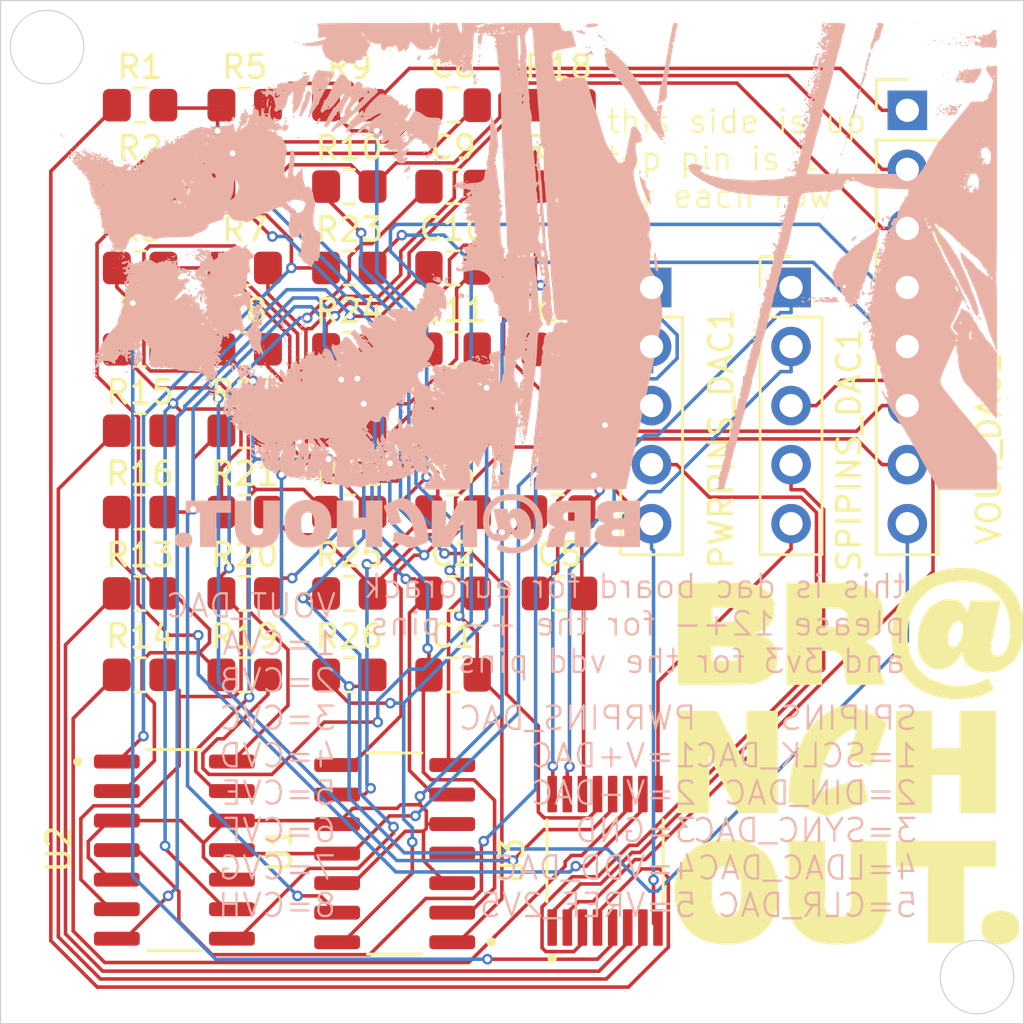
<source format=kicad_pcb>
(kicad_pcb (version 20240108) (generator "pcbnew") (generator_version "8.0")
  (title_block (title "Breakout board dac with euro level outputs") (rev "1.1"))
  (layers (0 "F.Cu" signal) (31 "B.Cu" signal) (34 "B.Paste" user) (35 "F.Paste" user) (36 "B.SilkS" user "B.Silkscreen") (37 "F.SilkS" user "F.Silkscreen") (38 "B.Mask" user) (39 "F.Mask" user) (44 "Edge.Cuts" user))
  (net 0 "")
  (net 1 "Net-(C1-Pad1)")
  (net 2 "Net-(C1-Pad2)")
  (net 3 "Net-(C2-Pad1)")
  (net 4 "Net-(C2-Pad2)")
  (net 5 "Net-(C3-Pad2)")
  (net 6 "Net-(C3-Pad1)")
  (net 7 "Net-(C4-Pad2)")
  (net 8 "Net-(C4-Pad1)")
  (net 9 "GND")
  (net 10 "/VREF_2V5_DAC")
  (net 11 "/VBIAS_DAC")
  (net 12 "Net-(C8-Pad2)")
  (net 13 "Net-(C8-Pad1)")
  (net 14 "Net-(C9-Pad2)")
  (net 15 "Net-(C9-Pad1)")
  (net 16 "Net-(C10-Pad1)")
  (net 17 "Net-(C10-Pad2)")
  (net 18 "Net-(C11-Pad2)")
  (net 19 "Net-(C11-Pad1)")
  (net 20 "/V-DAC")
  (net 21 "/V+DAC")
  (net 22 "/VDD_DAC")
  (net 23 "/VOUTA_DAC")
  (net 24 "/VOUTB_DAC")
  (net 25 "/VOUTC_DAC")
  (net 26 "/VOUTD_DAC")
  (net 27 "/CVA_DAC")
  (net 28 "/CVB_DAC")
  (net 29 "/CVC_DAC")
  (net 30 "/CVD_DAC")
  (net 31 "/VOUTE_DAC")
  (net 32 "/VOUTF_DAC")
  (net 33 "/VOUTG_DAC")
  (net 34 "/VOUTH_DAC")
  (net 35 "/CVE_DAC")
  (net 36 "/CVF_DAC")
  (net 37 "/CVG_DAC")
  (net 38 "/CVH_DAC")
  (net 39 "/CLR_DAC")
  (net 40 "/DIN_DAC")
  (net 41 "/SCLK_DAC")
  (net 42 "/LDAC_DAC")
  (net 43 "/SYNC_DAC")
  (footprint "OPA4172IDR:SOIC127P600X175-14N" (layer "F.Cu") (at 74.45 123.69 180)
    (property "Reference" "U1")
    (property "Value" "OPA4172IDR")
  )
  (footprint "Resistor_SMD:R_0805_2012Metric_Pad1.20x1.40mm_HandSolder" (layer "F.Cu") (at 68 105.5)
    (property "Reference" "R22")
    (property "Value" "100k")
  )
  (footprint "Resistor_SMD:R_0805_2012Metric_Pad1.20x1.40mm_HandSolder" (layer "F.Cu") (at 68 112.5)
    (property "Reference" "R20")
    (property "Value" "100k")
  )
  (footprint "Capacitor_SMD:C_0805_2012Metric_Pad1.18x1.45mm_HandSolder" (layer "F.Cu") (at 76.9625 95)
    (property "Reference" "C9")
    (property "Value" "22p")
  )
  (footprint "Resistor_SMD:R_0805_2012Metric_Pad1.20x1.40mm_HandSolder" (layer "F.Cu") (at 68 116)
    (property "Reference" "R19")
    (property "Value" "100k")
  )
  (footprint "Capacitor_SMD:C_0805_2012Metric_Pad1.18x1.45mm_HandSolder" (layer "F.Cu") (at 76.9625 91.5)
    (property "Reference" "C8")
    (property "Value" "22p")
  )
  (footprint "Resistor_SMD:R_0805_2012Metric_Pad1.20x1.40mm_HandSolder" (layer "F.Cu") (at 63.5 116)
    (property "Reference" "R14")
    (property "Value" "24k9")
  )
  (footprint "OPA4172IDR:SOIC127P600X175-14N" (layer "F.Cu") (at 64.975 123.54)
    (property "Reference" "U2")
    (property "Value" "OPA4172IDR")
  )
  (footprint "Resistor_SMD:R_0805_2012Metric_Pad1.20x1.40mm_HandSolder" (layer "F.Cu") (at 81.5 91.5)
    (property "Reference" "R18")
    (property "Value" "47k")
  )
  (footprint "LOGO" (layer "F.Cu") (at 94 119.5)
    (property "Reference" "LOGOV" (hide yes))
    (property "Value" "LOGO" (hide yes))
  )
  (footprint "Resistor_SMD:R_0805_2012Metric_Pad1.20x1.40mm_HandSolder" (layer "F.Cu") (at 72.5 112.5)
    (property "Reference" "R25")
    (property "Value" "220")
  )
  (footprint "Resistor_SMD:R_0805_2012Metric_Pad1.20x1.40mm_HandSolder" (layer "F.Cu") (at 63.5 91.5)
    (property "Reference" "R1")
    (property "Value" "24k9")
  )
  (footprint "Connector_PinHeader_2.54mm:PinHeader_1x05_P2.54mm_Vertical" (layer "F.Cu") (at 85.5 99.34)
    (property "Reference" "PWRPINS_DAC1")
    (property "Value" "Conn_01x05")
  )
  (footprint "Capacitor_SMD:C_0805_2012Metric_Pad1.18x1.45mm_HandSolder" (layer "F.Cu") (at 76.9625 112.5)
    (property "Reference" "C2")
    (property "Value" "22p")
  )
  (footprint "Capacitor_SMD:C_0805_2012Metric_Pad1.18x1.45mm_HandSolder" (layer "F.Cu") (at 76.9625 98.5)
    (property "Reference" "C10")
    (property "Value" "22p")
  )
  (footprint "Resistor_SMD:R_0805_2012Metric_Pad1.20x1.40mm_HandSolder" (layer "F.Cu") (at 81.5 95)
    (property "Reference" "R17")
    (property "Value" "47k")
  )
  (footprint "Resistor_SMD:R_0805_2012Metric_Pad1.20x1.40mm_HandSolder" (layer "F.Cu") (at 68 102)
    (property "Reference" "R8")
    (property "Value" "100k")
  )
  (footprint "Resistor_SMD:R_0805_2012Metric_Pad1.20x1.40mm_HandSolder" (layer "F.Cu") (at 72.5 102)
    (property "Reference" "R24")
    (property "Value" "220")
  )
  (footprint "Resistor_SMD:R_0805_2012Metric_Pad1.20x1.40mm_HandSolder" (layer "F.Cu") (at 68 91.5)
    (property "Reference" "R5")
    (property "Value" "100k")
  )
  (footprint "Capacitor_SMD:C_0805_2012Metric_Pad1.18x1.45mm_HandSolder" (layer "F.Cu") (at 76.9625 116)
    (property "Reference" "C1")
    (property "Value" "22p")
  )
  (footprint "Resistor_SMD:R_0805_2012Metric_Pad1.20x1.40mm_HandSolder" (layer "F.Cu") (at 68 98.5)
    (property "Reference" "R7")
    (property "Value" "100k")
  )
  (footprint "Resistor_SMD:R_0805_2012Metric_Pad1.20x1.40mm_HandSolder" (layer "F.Cu") (at 72.5 116)
    (property "Reference" "R26")
    (property "Value" "220")
  )
  (footprint "Resistor_SMD:R_0805_2012Metric_Pad1.20x1.40mm_HandSolder" (layer "F.Cu") (at 63.5 102)
    (property "Reference" "R4")
    (property "Value" "24k9")
  )
  (footprint "Resistor_SMD:R_0805_2012Metric_Pad1.20x1.40mm_HandSolder" (layer "F.Cu") (at 72.5 91.5)
    (property "Reference" "R9")
    (property "Value" "220")
  )
  (footprint "Resistor_SMD:R_0805_2012Metric_Pad1.20x1.40mm_HandSolder" (layer "F.Cu") (at 63.5 109)
    (property "Reference" "R16")
    (property "Value" "24k9")
  )
  (footprint "Resistor_SMD:R_0805_2012Metric_Pad1.20x1.40mm_HandSolder" (layer "F.Cu") (at 72.5 109)
    (property "Reference" "R12")
    (property "Value" "220")
  )
  (footprint "Resistor_SMD:R_0805_2012Metric_Pad1.20x1.40mm_HandSolder" (layer "F.Cu") (at 63.5 112.5)
    (property "Reference" "R13")
    (property "Value" "24k9")
  )
  (footprint "Resistor_SMD:R_0805_2012Metric_Pad1.20x1.40mm_HandSolder" (layer "F.Cu") (at 63.5 98.5)
    (property "Reference" "R3")
    (property "Value" "24k9")
  )
  (footprint "Resistor_SMD:R_0805_2012Metric_Pad1.20x1.40mm_HandSolder" (layer "F.Cu") (at 63.5 95)
    (property "Reference" "R2")
    (property "Value" "24k9")
  )
  (footprint "Capacitor_SMD:C_0805_2012Metric_Pad1.18x1.45mm_HandSolder" (layer "F.Cu") (at 76.9625 105.5)
    (property "Reference" "C4")
    (property "Value" "22p")
  )
  (footprint "Capacitor_SMD:C_0805_2012Metric_Pad1.18x1.45mm_HandSolder" (layer "F.Cu") (at 81.5375 102)
    (property "Reference" "C6")
    (property "Value" "470n")
  )
  (footprint "Capacitor_SMD:C_0805_2012Metric_Pad1.18x1.45mm_HandSolder" (layer "F.Cu") (at 76.9625 102)
    (property "Reference" "C11")
    (property "Value" "22p")
  )
  (footprint "Capacitor_SMD:C_0805_2012Metric_Pad1.18x1.45mm_HandSolder" (layer "F.Cu") (at 81.4625 109)
    (property "Reference" "C7")
    (property "Value" "100n")
  )
  (footprint "Resistor_SMD:R_0805_2012Metric_Pad1.20x1.40mm_HandSolder" (layer "F.Cu") (at 72.5 95)
    (property "Reference" "R10")
    (property "Value" "220")
  )
  (footprint "Resistor_SMD:R_0805_2012Metric_Pad1.20x1.40mm_HandSolder" (layer "F.Cu") (at 63.5 105.5)
    (property "Reference" "R15")
    (property "Value" "24k9")
  )
  (footprint "DAC8568ICPW:SOP65P640X120-16N" (layer "F.Cu") (at 83.5 124 90)
    (property "Reference" "U3")
    (property "Value" "DAC8568ICPW")
  )
  (footprint "Connector_PinHeader_2.54mm:PinHeader_1x08_P2.54mm_Vertical" (layer "F.Cu") (at 96.5 91.72)
    (property "Reference" "VOUT_DAC1")
    (property "Value" "Conn_01x05")
  )
  (footprint "Resistor_SMD:R_0805_2012Metric_Pad1.20x1.40mm_HandSolder" (layer "F.Cu") (at 68 109)
    (property "Reference" "R21")
    (property "Value" "100k")
  )
  (footprint "Resistor_SMD:R_0805_2012Metric_Pad1.20x1.40mm_HandSolder" (layer "F.Cu") (at 68 95)
    (property "Reference" "R6")
    (property "Value" "100k")
  )
  (footprint "Capacitor_SMD:C_0805_2012Metric_Pad1.18x1.45mm_HandSolder" (layer "F.Cu") (at 81.5375 112.5)
    (property "Reference" "C5")
    (property "Value" "100n")
  )
  (footprint "Resistor_SMD:R_0805_2012Metric_Pad1.20x1.40mm_HandSolder" (layer "F.Cu") (at 72.5 98.5)
    (property "Reference" "R23")
    (property "Value" "220")
  )
  (footprint "Connector_PinHeader_2.54mm:PinHeader_1x05_P2.54mm_Vertical" (layer "F.Cu") (at 91.5 99.34)
    (property "Reference" "SPIPINS_DAC1")
    (property "Value" "Conn_01x05")
  )
  (footprint "Resistor_SMD:R_0805_2012Metric_Pad1.20x1.40mm_HandSolder" (layer "F.Cu") (at 72.5 105.5)
    (property "Reference" "R11")
    (property "Value" "220")
  )
  (footprint "Capacitor_SMD:C_0805_2012Metric_Pad1.18x1.45mm_HandSolder" (layer "F.Cu") (at 76.9625 109)
    (property "Reference" "C3")
    (property "Value" "22p")
  )
  (footprint "LOGO" (layer "B.Cu") (at 77 98 -90)
    (property "Reference" "puk" (hide yes))
    (property "Value" "LOGO" (hide yes))
  )
  (footprint "LOGO" (layer "B.Cu") (at 75 109.5 180)
    (property "Reference" "logoV" (hide yes))
    (property "Value" "LOGO" (hide yes))
  )
  (gr_rect (start 57.5 87) (end 101.5 131) (stroke (width 0.05)) (fill none) (layer "Edge.Cuts"))
  (gr_circle (center 59.5 89) (end 61 89.5) (stroke (width 0.05)) (fill none) (layer "Edge.Cuts"))
  (gr_circle (center 99.5 129) (end 100 127.5) (stroke (width 0.05)) (fill none) (layer "Edge.Cuts"))
  (gr_text "SPIPINS\n1=SCLK_DAC\n2=DIN_DAC\n3=SYNC_DAC\n4=LDAC_DAC\n5=CLR_DAC" (at 97 126.5 0) (layer "B.SilkS") (effects (font (size 1 1) (thickness 0.1)) (justify left bottom mirror)))
  (gr_text "this is dac board for eurorack\nplease 12+- for the +- pins\nand 3v3 for the vdd pins" (at 96.5 116 0) (layer "B.SilkS") (effects (font (size 1 1) (thickness 0.1)) (justify left bottom mirror)))
  (gr_text "VOUT_DAC\n1=CVA\n2=CVB\n3=CVC\n4=CVD\n5=CVE\n6=CVF\n7=CVG\n8=CVH" (at 72 126.5 -0) (layer "B.SilkS") (effects (font (size 1 1) (thickness 0.1)) (justify left bottom mirror)))
  (gr_text "PWRPINS_DAC\n1=V+DAC\n2=V-DAC\n3=GND\n4=VDD_DAC\n5=VREF_2V5\n" (at 87.5 126.5 0) (layer "B.SilkS") (effects (font (size 1 1) (thickness 0.1)) (justify left bottom mirror)))
  (gr_text "this side is up\ntop pin is 1\nfor each row" (at 83.5 96 0) (layer "F.SilkS") (effects (font (size 1 1) (thickness 0.1)) (justify left bottom)))
  (segment (start 76.0126 120.515) (end 77.8607 120.515) (width 0.1524) (layer "F.Cu") (net 1))
  (segment (start 78.7484 121.403) (end 78.7484 125.164) (width 0.1524) (layer "F.Cu") (net 1))
  (segment (start 75.925 116) (end 75.6849 116.24) (width 0.1524) (layer "F.Cu") (net 1))
  (segment (start 77.8607 120.515) (end 78.7484 121.403) (width 0.1524) (layer "F.Cu") (net 1))
  (segment (start 75.925 114.923) (end 75.8675 114.866) (width 0.1524) (layer "F.Cu") (net 1))
  (segment (start 75.6849 116.24) (end 75.6849 120.187) (width 0.1524) (layer "F.Cu") (net 1))
  (segment (start 75.6849 120.187) (end 76.0126 120.515) (width 0.1524) (layer "F.Cu") (net 1))
  (segment (start 66.8349 91.6229) (end 66.8349 92.6061) (width 0.1524) (layer "F.Cu") (net 1))
  (segment (start 77.682 126.23) (end 76.925 126.23) (width 0.1524) (layer "F.Cu") (net 1))
  (segment (start 64.5 91.5) (end 64.6229 91.6229) (width 0.1524) (layer "F.Cu") (net 1))
  (segment (start 66.8771 91.6229) (end 67 91.5) (width 0.1524) (layer "F.Cu") (net 1))
  (segment (start 66.8349 91.6229) (end 66.8771 91.6229) (width 0.1524) (layer "F.Cu") (net 1))
  (segment (start 75.925 116) (end 75.925 114.923) (width 0.1524) (layer "F.Cu") (net 1))
  (segment (start 64.6229 91.6229) (end 66.8349 91.6229) (width 0.1524) (layer "F.Cu") (net 1))
  (segment (start 78.7484 125.164) (end 77.682 126.23) (width 0.1524) (layer "F.Cu") (net 1))
  (via (at 75.8675 114.866) (size 0.4572) (drill 0.254) (layers "F.Cu" "B.Cu") (net 1))
  (via (at 66.8349 92.6061) (size 0.4572) (drill 0.254) (layers "F.Cu" "B.Cu") (net 1))
  (segment (start 73.9172 100.656) (end 66.8349 93.574) (width 0.1524) (layer "B.Cu") (net 1))
  (segment (start 73.9172 106.574) (end 73.9172 100.656) (width 0.1524) (layer "B.Cu") (net 1))
  (segment (start 73.7835 109.994) (end 73.7835 106.708) (width 0.1524) (layer "B.Cu") (net 1))
  (segment (start 66.8349 93.574) (end 66.8349 92.6061) (width 0.1524) (layer "B.Cu") (net 1))
  (segment (start 75.8675 112.078) (end 73.7835 109.994) (width 0.1524) (layer "B.Cu") (net 1))
  (segment (start 73.7835 106.708) (end 73.9172 106.574) (width 0.1524) (layer "B.Cu") (net 1))
  (segment (start 75.8675 114.866) (end 75.8675 112.078) (width 0.1524) (layer "B.Cu") (net 1))
  (segment (start 71.5 91.5) (end 72.6014 92.6014) (width 0.1524) (layer "F.Cu") (net 2))
  (segment (start 72.6014 92.6014) (end 73.6812 92.6014) (width 0.1524) (layer "F.Cu") (net 2))
  (segment (start 78 114.227) (end 77.226 113.453) (width 0.1524) (layer "F.Cu") (net 2))
  (segment (start 78 116.002) (end 79.0611 117.063) (width 0.1524) (layer "F.Cu") (net 2))
  (segment (start 79.0611 125.631) (end 77.1923 127.5) (width 0.1524) (layer "F.Cu") (net 2))
  (segment (start 78 116) (end 78 116.002) (width 0.1524) (layer "F.Cu") (net 2))
  (segment (start 77.1923 127.5) (end 76.925 127.5) (width 0.1524) (layer "F.Cu") (net 2))
  (segment (start 78 116) (end 78 114.227) (width 0.1524) (layer "F.Cu") (net 2))
  (segment (start 79.0611 117.063) (end 79.0611 125.631) (width 0.1524) (layer "F.Cu") (net 2))
  (via (at 73.6812 92.6014) (size 0.4572) (drill 0.254) (layers "F.Cu" "B.Cu") (net 2))
  (via (at 77.226 113.453) (size 0.4572) (drill 0.254) (layers "F.Cu" "B.Cu") (net 2))
  (segment (start 77.358 113.321) (end 77.226 113.453) (width 0.1524) (layer "B.Cu") (net 2))
  (segment (start 75.3657 100.372) (end 75.3657 107.774) (width 0.1524) (layer "B.Cu") (net 2))
  (segment (start 73.6812 92.6014) (end 73.6812 98.6879) (width 0.1524) (layer "B.Cu") (net 2))
  (segment (start 73.6812 98.6879) (end 75.3657 100.372) (width 0.1524) (layer "B.Cu") (net 2))
  (segment (start 75.3657 107.774) (end 77.358 109.766) (width 0.1524) (layer "B.Cu") (net 2))
  (segment (start 77.358 109.766) (end 77.358 113.321) (width 0.1524) (layer "B.Cu") (net 2))
  (segment (start 64.5 95) (end 67 95) (width 0.1524) (layer "F.Cu") (net 3))
  (segment (start 74.9294 111.875) (end 75.2998 111.875) (width 0.1524) (layer "F.Cu") (net 3))
  (segment (start 75.0875 113.338) (end 75.0875 120.116) (width 0.1524) (layer "F.Cu") (net 3))
  (segment (start 75.925 112.5) (end 75.0875 113.338) (width 0.1524) (layer "F.Cu") (net 3))
  (segment (start 76.1218 121.15) (end 76.925 121.15) (width 0.1524) (layer "F.Cu") (net 3))
  (segment (start 67 95) (end 69.1462 97.1462) (width 0.1524) (layer "F.Cu") (net 3))
  (segment (start 75.2998 111.875) (end 75.925 112.5) (width 0.1524) (layer "F.Cu") (net 3))
  (segment (start 69.1462 97.1462) (end 69.1902 97.1462) (width 0.1524) (layer "F.Cu") (net 3))
  (segment (start 75.0875 120.116) (end 76.1218 121.15) (width 0.1524) (layer "F.Cu") (net 3))
  (via (at 69.1902 97.1462) (size 0.4572) (drill 0.254) (layers "F.Cu" "B.Cu") (net 3))
  (via (at 74.9294 111.875) (size 0.4572) (drill 0.254) (layers "F.Cu" "B.Cu") (net 3))
  (segment (start 69.7655 97.1462) (end 69.1902 97.1462) (width 0.1524) (layer "B.Cu") (net 3))
  (segment (start 73.5949 100.976) (end 69.7655 97.1462) (width 0.1524) (layer "B.Cu") (net 3))
  (segment (start 74.9294 111.875) (end 73.477 110.422) (width 0.1524) (layer "B.Cu") (net 3))
  (segment (start 73.477 106.581) (end 73.5949 106.463) (width 0.1524) (layer "B.Cu") (net 3))
  (segment (start 73.5949 106.463) (end 73.5949 100.976) (width 0.1524) (layer "B.Cu") (net 3))
  (segment (start 73.477 110.422) (end 73.477 106.581) (width 0.1524) (layer "B.Cu") (net 3))
  (segment (start 73.0085 96.9972) (end 71.5 95.4887) (width 0.1524) (layer "F.Cu") (net 4))
  (segment (start 78 112.5) (end 77.5304 112.5) (width 0.1524) (layer "F.Cu") (net 4))
  (segment (start 71.5 95.4887) (end 71.5 95) (width 0.1524) (layer "F.Cu") (net 4))
  (segment (start 77.5304 112.223) (end 76.8165 111.509) (width 0.1524) (layer "F.Cu") (net 4))
  (segment (start 77.5304 112.5) (end 77.5304 112.223) (width 0.1524) (layer "F.Cu") (net 4))
  (segment (start 76.7671 119.722) (end 76.925 119.88) (width 0.1524) (layer "F.Cu") (net 4))
  (segment (start 77.5304 112.5) (end 76.7671 113.263) (width 0.1524) (layer "F.Cu") (net 4))
  (segment (start 76.7671 113.263) (end 76.7671 119.722) (width 0.1524) (layer "F.Cu") (net 4))
  (via (at 76.8165 111.509) (size 0.4572) (drill 0.254) (layers "F.Cu" "B.Cu") (net 4))
  (via (at 73.0085 96.9972) (size 0.4572) (drill 0.254) (layers "F.Cu" "B.Cu") (net 4))
  (segment (start 73.0085 98.4487) (end 73.0085 96.9972) (width 0.1524) (layer "B.Cu") (net 4))
  (segment (start 75.0592 108.6) (end 75.0592 100.499) (width 0.1524) (layer "B.Cu") (net 4))
  (segment (start 77.0515 110.592) (end 75.0592 108.6) (width 0.1524) (layer "B.Cu") (net 4))
  (segment (start 76.8165 111.509) (end 77.0515 111.274) (width 0.1524) (layer "B.Cu") (net 4))
  (segment (start 77.0515 111.274) (end 77.0515 110.592) (width 0.1524) (layer "B.Cu") (net 4))
  (segment (start 75.0592 100.499) (end 73.0085 98.4487) (width 0.1524) (layer "B.Cu") (net 4))
  (segment (start 75.3011 110.854) (end 75.7195 110.854) (width 0.1524) (layer "F.Cu") (net 5))
  (segment (start 74.4705 111.685) (end 75.3011 110.854) (width 0.1524) (layer "F.Cu") (net 5))
  (segment (start 76.296 110.278) (end 75.7195 110.854) (width 0.1524) (layer "F.Cu") (net 5))
  (segment (start 74.4705 112.065) (end 74.4705 111.685) (width 0.1524) (layer "F.Cu") (net 5))
  (segment (start 71.5 105.5) (end 72.8981 106.898) (width 0.1524) (layer "F.Cu") (net 5))
  (segment (start 74.7234 117.759) (end 74.7234 112.318) (width 0.1524) (layer "F.Cu") (net 5))
  (segment (start 72.8981 106.898) (end 74.2424 106.898) (width 0.1524) (layer "F.Cu") (net 5))
  (segment (start 76.7223 110.278) (end 76.296 110.278) (width 0.1524) (layer "F.Cu") (net 5))
  (segment (start 71.975 119.88) (end 72.602 119.88) (width 0.1524) (layer "F.Cu") (net 5))
  (segment (start 72.602 119.88) (end 74.7234 117.759) (width 0.1524) (layer "F.Cu") (net 5))
  (segment (start 78 109) (end 76.7223 110.278) (width 0.1524) (layer "F.Cu") (net 5))
  (segment (start 74.7234 112.318) (end 74.4705 112.065) (width 0.1524) (layer "F.Cu") (net 5))
  (via (at 74.2424 106.898) (size 0.4572) (drill 0.254) (layers "F.Cu" "B.Cu") (net 5))
  (via (at 75.7195 110.854) (size 0.4572) (drill 0.254) (layers "F.Cu" "B.Cu") (net 5))
  (segment (start 74.2425 109.377) (end 74.2425 106.898) (width 0.1524) (layer "B.Cu") (net 5))
  (segment (start 75.7195 110.854) (end 74.2425 109.377) (width 0.1524) (layer "B.Cu") (net 5))
  (segment (start 74.2425 106.898) (end 74.2424 106.898) (width 0.1524) (layer "B.Cu") (net 5))
  (segment (start 70.6563 106.426) (end 70.6563 103.577) (width 0.1524) (layer "F.Cu") (net 6))
  (segment (start 72.6769 107.664) (end 72.4259 107.413) (width 0.1524) (layer "F.Cu") (net 6))
  (segment (start 73.6838 111.241) (end 73.2574 111.241) (width 0.1524) (layer "F.Cu") (net 6))
  (segment (start 75.925 109) (end 73.6838 111.241) (width 0.1524) (layer "F.Cu") (net 6))
  (segment (start 64.5 98.5) (end 67 98.5) (width 0.1524) (layer "F.Cu") (net 6))
  (segment (start 72.4259 107.413) (end 71.6426 107.413) (width 0.1524) (layer "F.Cu") (net 6))
  (segment (start 70.6563 103.577) (end 69.9389 102.859) (width 0.1524) (layer "F.Cu") (net 6))
  (segment (start 69.9389 102.859) (end 69.9389 101.439) (width 0.1524) (layer "F.Cu") (net 6))
  (segment (start 75.925 109) (end 76.3039 108.621) (width 0.1524) (layer "F.Cu") (net 6))
  (segment (start 75.1909 107.032) (end 74.5595 107.664) (width 0.1524) (layer "F.Cu") (net 6))
  (segment (start 76.3039 108.621) (end 76.3039 107.321) (width 0.1524) (layer "F.Cu") (net 6))
  (segment (start 76.0148 107.032) (end 75.1909 107.032) (width 0.1524) (layer "F.Cu") (net 6))
  (segment (start 69.9389 101.439) (end 67 98.5) (width 0.1524) (layer "F.Cu") (net 6))
  (segment (start 71.975 121.15) (end 73.1495 121.15) (width 0.1524) (layer "F.Cu") (net 6))
  (segment (start 76.3039 107.321) (end 76.0148 107.032) (width 0.1524) (layer "F.Cu") (net 6))
  (segment (start 71.6426 107.413) (end 70.6563 106.426) (width 0.1524) (layer "F.Cu") (net 6))
  (segment (start 73.1495 121.15) (end 73.4191 120.88) (width 0.1524) (layer "F.Cu") (net 6))
  (segment (start 74.5595 107.664) (end 72.6769 107.664) (width 0.1524) (layer "F.Cu") (net 6))
  (via (at 73.2574 111.241) (size 0.4572) (drill 0.254) (layers "F.Cu" "B.Cu") (net 6))
  (via (at 73.4191 120.88) (size 0.4572) (drill 0.254) (layers "F.Cu" "B.Cu") (net 6))
  (segment (start 73.2574 120.719) (end 73.2574 111.241) (width 0.1524) (layer "B.Cu") (net 6))
  (segment (start 73.4191 120.88) (end 73.2574 120.719) (width 0.1524) (layer "B.Cu") (net 6))
  (segment (start 68.1497 113.218) (end 68.1497 108.351) (width 0.1524) (layer "F.Cu") (net 7))
  (segment (start 63.9508 102.931) (end 66.4181 102.931) (width 0.1524) (layer "F.Cu") (net 7))
  (segment (start 78 105.5) (end 77.0437 104.544) (width 0.1524) (layer "F.Cu") (net 7))
  (segment (start 68.1497 108.351) (end 68.4754 108.026) (width 0.1524) (layer "F.Cu") (net 7))
  (segment (start 74.394 106.086) (end 74.0458 106.435) (width 0.1524) (layer "F.Cu") (net 7))
  (segment (start 72.3921 104.879) (end 70.2755 102.762) (width 0.1524) (layer "F.Cu") (net 7))
  (segment (start 69.8607 114.929) (end 68.1497 113.218) (width 0.1524) (layer "F.Cu") (net 7))
  (segment (start 74.0458 106.435) (end 72.9105 106.435) (width 0.1524) (layer "F.Cu") (net 7))
  (segment (start 63.9092 97.5545) (end 63.6649 97.7988) (width 0.1524) (layer "F.Cu") (net 7))
  (segment (start 70.5255 108.026) (end 71.5 109) (width 0.1524) (layer "F.Cu") (net 7))
  (segment (start 70.2755 102.762) (end 70.2755 101.332) (width 0.1524) (layer "F.Cu") (net 7))
  (segment (start 75.3609 104.544) (end 74.394 105.511) (width 0.1524) (layer "F.Cu") (net 7))
  (segment (start 74.394 105.511) (end 74.394 106.086) (width 0.1524) (layer "F.Cu") (net 7))
  (segment (start 67.45 119.73) (end 69.8607 117.319) (width 0.1524) (layer "F.Cu") (net 7))
  (segment (start 77.0437 104.544) (end 75.3609 104.544) (width 0.1524) (layer "F.Cu") (net 7))
  (segment (start 63.6649 102.645) (end 63.9508 102.931) (width 0.1524) (layer "F.Cu") (net 7))
  (segment (start 68.1583 107.708) (end 68.4754 108.026) (width 0.1524) (layer "F.Cu") (net 7))
  (segment (start 68.1583 104.672) (end 68.1583 107.708) (width 0.1524) (layer "F.Cu") (net 7))
  (segment (start 66.4181 102.931) (end 68.1583 104.672) (width 0.1524) (layer "F.Cu") (net 7))
  (segment (start 69.8607 117.319) (end 69.8607 114.929) (width 0.1524) (layer "F.Cu") (net 7))
  (segment (start 72.9105 106.435) (end 72.3921 105.916) (width 0.1524) (layer "F.Cu") (net 7))
  (segment (start 63.6649 97.7988) (end 63.6649 102.645) (width 0.1524) (layer "F.Cu") (net 7))
  (segment (start 67.8593 98.9157) (end 67.8593 97.8485) (width 0.1524) (layer "F.Cu") (net 7))
  (segment (start 67.8593 97.8485) (end 67.5653 97.5545) (width 0.1524) (layer "F.Cu") (net 7))
  (segment (start 67.5653 97.5545) (end 63.9092 97.5545) (width 0.1524) (layer "F.Cu") (net 7))
  (segment (start 68.4754 108.026) (end 70.5255 108.026) (width 0.1524) (layer "F.Cu") (net 7))
  (segment (start 70.2755 101.332) (end 67.8593 98.9157) (width 0.1524) (layer "F.Cu") (net 7))
  (segment (start 72.3921 105.916) (end 72.3921 104.879) (width 0.1524) (layer "F.Cu") (net 7))
  (segment (start 64.5 102) (end 67 102) (width 0.1524) (layer "F.Cu") (net 8))
  (segment (start 75.925 105.5) (end 75.925 105.865) (width 0.1524) (layer "F.Cu") (net 8))
  (segment (start 65.896 119.253) (end 68.1924 116.957) (width 0.1524) (layer "F.Cu") (net 8))
  (segment (start 75.925 105.865) (end 74.4325 107.357) (width 0.1524) (layer "F.Cu") (net 8))
  (segment (start 72.1686 106.722) (end 71.6079 106.722) (width 0.1524) (layer "F.Cu") (net 8))
  (segment (start 72.8039 107.357) (end 72.1686 106.722) (width 0.1524) (layer "F.Cu") (net 8))
  (segment (start 67.45 121) (end 66.75 121) (width 0.1524) (layer "F.Cu") (net 8))
  (segment (start 67 102) (end 68.3521 103.352) (width 0.1524) (layer "F.Cu") (net 8))
  (segment (start 74.4325 107.357) (end 72.8039 107.357) (width 0.1524) (layer "F.Cu") (net 8))
  (segment (start 65.896 120.146) (end 65.896 119.253) (width 0.1524) (layer "F.Cu") (net 8))
  (segment (start 66.75 121) (end 65.896 120.146) (width 0.1524) (layer "F.Cu") (net 8))
  (via (at 68.1924 116.957) (size 0.4572) (drill 0.254) (layers "F.Cu" "B.Cu") (net 8))
  (via (at 68.3521 103.352) (size 0.4572) (drill 0.254) (layers "F.Cu" "B.Cu") (net 8))
  (via (at 71.6079 106.722) (size 0.4572) (drill 0.254) (layers "F.Cu" "B.Cu") (net 8))
  (segment (start 68.1924 106.997) (end 68.4679 106.722) (width 0.1524) (layer "B.Cu") (net 8))
  (segment (start 68.1924 116.957) (end 68.1924 106.997) (width 0.1524) (layer "B.Cu") (net 8))
  (segment (start 68.4679 106.722) (end 68.3521 106.606) (width 0.1524) (layer "B.Cu") (net 8))
  (segment (start 68.3521 106.606) (end 68.3521 103.352) (width 0.1524) (layer "B.Cu") (net 8))
  (segment (start 71.6079 106.722) (end 68.4679 106.722) (width 0.1524) (layer "B.Cu") (net 8))
  (segment (start 84.4197 104.42) (end 84.4197 103.845) (width 0.1524) (layer "F.Cu") (net 9))
  (segment (start 82.5 112.425) (end 82.5 109) (width 0.1524) (layer "F.Cu") (net 9))
  (segment (start 82.5 95) (end 82.575 95.075) (width 0.1524) (layer "F.Cu") (net 9))
  (segment (start 84.4197 103.845) (end 82.575 102) (width 0.1524) (layer "F.Cu") (net 9))
  (segment (start 82.575 112.5) (end 82.5 112.425) (width 0.1524) (layer "F.Cu") (net 9))
  (segment (start 82.575 112.5) (end 82.575 121.08) (width 0.1524) (layer "F.Cu") (net 9))
  (segment (start 82.5 109) (end 83.2677 108.232) (width 0.1524) (layer "F.Cu") (net 9))
  (segment (start 85.5 104.42) (end 84.4197 104.42) (width 0.1524) (layer "F.Cu") (net 9))
  (segment (start 82.575 121.08) (end 82.525 121.13) (width 0.1524) (layer "F.Cu") (net 9))
  (segment (start 82.575 95.075) (end 82.575 102) (width 0.1524) (layer "F.Cu") (net 9))
  (segment (start 83.2677 108.232) (end 83.2677 108.043) (width 0.1524) (layer "F.Cu") (net 9))
  (via (at 83.2677 108.043) (size 0.4572) (drill 0.254) (layers "F.Cu" "B.Cu") (net 9))
  (segment (start 83.2677 108.043) (end 83.4783 107.832) (width 0.1524) (layer "B.Cu") (net 9))
  (segment (start 83.4783 106.442) (end 85.5 104.42) (width 0.1524) (layer "B.Cu") (net 9))
  (segment (start 83.4783 107.832) (end 83.4783 106.442) (width 0.1524) (layer "B.Cu") (net 9))
  (segment (start 85.5841 126.679) (end 85.5841 124.822) (width 0.1524) (layer "F.Cu") (net 10))
  (segment (start 81.4625 111.538) (end 80.5 112.5) (width 0.1524) (layer "F.Cu") (net 10))
  (segment (start 84.4197 109.5) (end 84.4197 108.54) (width 0.1524) (layer "F.Cu") (net 10))
  (segment (start 80.5 102) (end 79.6682 101.168) (width 0.1524) (layer "F.Cu") (net 10))
  (segment (start 83.0194 107.53) (end 82.463 107.53) (width 0.1524) (layer "F.Cu") (net 10))
  (segment (start 83.0194 107.53) (end 83.0194 107.421) (width 0.1524) (layer "F.Cu") (net 10))
  (segment (start 82.463 107.53) (end 81.4625 108.53) (width 0.1524) (layer "F.Cu") (net 10))
  (segment (start 81.4625 108.53) (end 81.4625 111.538) (width 0.1524) (layer "F.Cu") (net 10))
  (segment (start 85.5 109.5) (end 84.4197 109.5) (width 0.1524) (layer "F.Cu") (net 10))
  (segment (start 79.6682 92.3318) (end 80.5 91.5) (width 0.1524) (layer "F.Cu") (net 10))
  (segment (start 83.493 105.26) (end 80.5 102.267) (width 0.1524) (layer "F.Cu") (net 10))
  (segment (start 83.4094 107.53) (end 83.0194 107.53) (width 0.1524) (layer "F.Cu") (net 10))
  (segment (start 85.775 126.87) (end 85.5841 126.679) (width 0.1524) (layer "F.Cu") (net 10))
  (segment (start 79.6682 101.168) (end 79.6682 92.3318) (width 0.1524) (layer "F.Cu") (net 10))
  (segment (start 80.5 102.267) (end 80.5 102) (width 0.1524) (layer "F.Cu") (net 10))
  (segment (start 84.4197 108.54) (end 83.4094 107.53) (width 0.1524) (layer "F.Cu") (net 10))
  (via (at 83.493 105.26) (size 0.4572) (drill 0.254) (layers "F.Cu" "B.Cu") (net 10))
  (via (at 85.5841 124.822) (size 0.4572) (drill 0.254) (layers "F.Cu" "B.Cu") (net 10))
  (via (at 83.0194 107.421) (size 0.4572) (drill 0.254) (layers "F.Cu" "B.Cu") (net 10))
  (segment (start 85.5 110.58) (end 85.5841 110.664) (width 0.1524) (layer "B.Cu") (net 10))
  (segment (start 85.5 109.5) (end 85.5 110.58) (width 0.1524) (layer "B.Cu") (net 10))
  (segment (start 83.493 105.26) (end 83.0194 105.734) (width 0.1524) (layer "B.Cu") (net 10))
  (segment (start 83.0194 105.734) (end 83.0194 107.421) (width 0.1524) (layer "B.Cu") (net 10))
  (segment (start 85.5841 110.664) (end 85.5841 124.822) (width 0.1524) (layer "B.Cu") (net 10))
  (segment (start 66.2249 123.841) (end 67.1936 124.81) (width 0.1524) (layer "F.Cu") (net 11))
  (segment (start 61.2717 123.168) (end 61.2717 123.856) (width 0.1524) (layer "F.Cu") (net 11))
  (segment (start 62.2256 124.81) (end 62.5 124.81) (width 0.1524) (layer "F.Cu") (net 11))
  (segment (start 72.6784 124.96) (end 71.975 124.96) (width 0.1524) (layer "F.Cu") (net 11))
  (segment (start 71.825 122.27) (end 71.975 122.42) (width 0.1524) (layer "F.Cu") (net 11))
  (segment (start 79.0687 109.869) (end 79.5564 109.869) (width 0.1524) (layer "F.Cu") (net 11))
  (segment (start 72.6535 121.742) (end 71.975 122.42) (width 0.1524) (layer "F.Cu") (net 11))
  (segment (start 74.9113 122.727) (end 72.6784 124.96) (width 0.1524) (layer "F.Cu") (net 11))
  (segment (start 80.5 93.5) (end 82.5 91.5) (width 0.1524) (layer "F.Cu") (net 11))
  (segment (start 79.5564 109.869) (end 80.425 109) (width 0.1524) (layer "F.Cu") (net 11))
  (segment (start 74.5584 121.742) (end 72.6535 121.742) (width 0.1524) (layer "F.Cu") (net 11))
  (segment (start 75.8115 122.606) (end 75.6903 122.727) (width 0.1524) (layer "F.Cu") (net 11))
  (segment (start 67.1907 122.27) (end 67.45 122.27) (width 0.1524) (layer "F.Cu") (net 11))
  (segment (start 75.54 121.589) (end 75.54 121.224) (width 0.1524) (layer "F.Cu") (net 11))
  (segment (start 74.7113 121.589) (end 74.5584 121.742) (width 0.1524) (layer "F.Cu") (net 11))
  (segment (start 76.6584 124.96) (end 75.6903 123.992) (width 0.1524) (layer "F.Cu") (net 11))
  (segment (start 76.925 124.96) (end 76.6584 124.96) (width 0.1524) (layer "F.Cu") (net 11))
  (segment (start 75.6903 122.727) (end 74.9113 122.727) (width 0.1524) (layer "F.Cu") (net 11))
  (segment (start 75.8115 122.42) (end 76.925 122.42) (width 0.1524) (layer "F.Cu") (net 11))
  (segment (start 66.2249 123.236) (end 67.1907 122.27) (width 0.1524) (layer "F.Cu") (net 11))
  (segment (start 75.6903 123.992) (end 75.6903 122.727) (width 0.1524) (layer "F.Cu") (net 11))
  (segment (start 66.2249 123.236) (end 65.2591 122.27) (width 0.1524) (layer "F.Cu") (net 11))
  (segment (start 62.1702 122.27) (end 61.2717 123.168) (width 0.1524) (layer "F.Cu") (net 11))
  (segment (start 75.8115 122.42) (end 75.8115 122.606) (width 0.1524) (layer "F.Cu") (net 11))
  (segment (start 66.2249 123.236) (end 66.2249 123.841) (width 0.1524) (layer "F.Cu") (net 11))
  (segment (start 80.7272 99.2467) (end 80.5 99.0195) (width 0.1524) (layer "F.Cu") (net 11))
  (segment (start 65.2591 122.27) (end 62.5 122.27) (width 0.1524) (layer "F.Cu") (net 11))
  (segment (start 80.5 99.0195) (end 80.5 95) (width 0.1524) (layer "F.Cu") (net 11))
  (segment (start 61.2717 123.856) (end 62.2256 124.81) (width 0.1524) (layer "F.Cu") (net 11))
  (segment (start 75.54 121.589) (end 74.7113 121.589) (width 0.1524) (layer "F.Cu") (net 11))
  (segment (start 67.1936 124.81) (end 67.45 124.81) (width 0.1524) (layer "F.Cu") (net 11))
  (segment (start 67.45 122.27) (end 71.825 122.27) (width 0.1524) (layer "F.Cu") (net 11))
  (segment (start 75.8115 122.42) (end 75.8115 121.86) (width 0.1524) (layer "F.Cu") (net 11))
  (segment (start 75.8115 121.86) (end 75.54 121.589) (width 0.1524) (layer "F.Cu") (net 11))
  (segment (start 80.5 95) (end 80.5 93.5) (width 0.1524) (layer "F.Cu") (net 11))
  (segment (start 62.5 122.27) (end 62.1702 122.27) (width 0.1524) (layer "F.Cu") (net 11))
  (via (at 80.7272 99.2467) (size 0.4572) (drill 0.254) (layers "F.Cu" "B.Cu") (net 11))
  (via (at 79.0687 109.869) (size 0.4572) (drill 0.254) (layers "F.Cu" "B.Cu") (net 11))
  (via (at 75.54 121.224) (size 0.4572) (drill 0.254) (layers "F.Cu" "B.Cu") (net 11))
  (segment (start 79.0687 100.905) (end 80.7272 99.2467) (width 0.1524) (layer "B.Cu") (net 11))
  (segment (start 79.0687 117.695) (end 75.54 121.224) (width 0.1524) (layer "B.Cu") (net 11))
  (segment (start 79.0687 109.869) (end 79.0687 117.695) (width 0.1524) (layer "B.Cu") (net 11))
  (segment (start 79.0687 109.869) (end 79.0687 100.905) (width 0.1524) (layer "B.Cu") (net 11))
  (segment (start 62.5505 119.73) (end 63.6458 118.635) (width 0.1524) (layer "F.Cu") (net 12))
  (segment (start 68.1459 94.3614) (end 68.1459 95.6694) (width 0.1524) (layer "F.Cu") (net 12))
  (segment (start 68.7042 96.2277) (end 68.9382 96.2277) (width 0.1524) (layer "F.Cu") (net 12))
  (segment (start 68.1459 95.6694) (end 68.7042 96.2277) (width 0.1524) (layer "F.Cu") (net 12))
  (segment (start 75.9285 93.5715) (end 68.9358 93.5715) (width 0.1524) (layer "F.Cu") (net 12))
  (segment (start 70.007 98.4988) (end 71.4988 98.4988) (width 0.1524) (layer "F.Cu") (net 12))
  (segment (start 78 91.5) (end 75.9285 93.5715) (width 0.1524) (layer "F.Cu") (net 12))
  (segment (start 68.9358 93.5715) (end 68.1459 94.3614) (width 0.1524) (layer "F.Cu") (net 12))
  (segment (start 70.007 97.2965) (end 70.007 98.4988) (width 0.1524) (layer "F.Cu") (net 12))
  (segment (start 68.9382 96.2277) (end 70.007 97.2965) (width 0.1524) (layer "F.Cu") (net 12))
  (segment (start 71.4988 98.4988) (end 71.5 98.5) (width 0.1524) (layer "F.Cu") (net 12))
  (segment (start 62.5 119.73) (end 62.5505 119.73) (width 0.1524) (layer "F.Cu") (net 12))
  (via (at 63.6458 118.635) (size 0.4572) (drill 0.254) (layers "F.Cu" "B.Cu") (net 12))
  (via (at 70.007 98.4988) (size 0.4572) (drill 0.254) (layers "F.Cu" "B.Cu") (net 12))
  (segment (start 63.6458 118.635) (end 63.6458 104.86) (width 0.1524) (layer "B.Cu") (net 12))
  (segment (start 63.6458 104.86) (end 70.007 98.4988) (width 0.1524) (layer "B.Cu") (net 12))
  (segment (start 63.5851 115.396) (end 63.9299 115.051) (width 0.1524) (layer "F.Cu") (net 13))
  (segment (start 61.6489 103.148) (end 61.6489 97.4581) (width 0.1524) (layer "F.Cu") (net 13))
  (segment (start 61.6489 97.4581) (end 63.3921 95.7149) (width 0.1524) (layer "F.Cu") (net 13))
  (segment (start 63.4324 111.432) (end 63.4324 104.931) (width 0.1524) (layer "F.Cu") (net 13))
  (segment (start 66.4863 114.043) (end 64.9432 112.5) (width 0.1524) (layer "F.Cu") (net 13))
  (segment (start 63.5851 116.692) (end 63.5851 115.396) (width 0.1524) (layer "F.Cu") (net 13))
  (segment (start 64.9432 112.5) (end 64.5 112.5) (width 0.1524) (layer "F.Cu") (net 13))
  (segment (start 66.4863 114.615) (end 66.4863 114.043) (width 0.1524) (layer "F.Cu") (net 13))
  (segment (start 74.3469 93.0781) (end 75.925 91.5) (width 0.1524) (layer "F.Cu") (net 13))
  (segment (start 63.9299 115.051) (end 66.0507 115.051) (width 0.1524) (layer "F.Cu") (net 13))
  (segment (start 63.3921 95.7149) (end 63.3921 94.6102) (width 0.1524) (layer "F.Cu") (net 13))
  (segment (start 63.3921 94.6102) (end 63.9452 94.0571) (width 0.1524) (layer "F.Cu") (net 13))
  (segment (start 67.6411 94.0571) (end 68.6201 93.0781) (width 0.1524) (layer "F.Cu") (net 13))
  (segment (start 62.5 121) (end 62.8075 121) (width 0.1524) (layer "F.Cu") (net 13))
  (segment (start 68.6201 93.0781) (end 74.3469 93.0781) (width 0.1524) (layer "F.Cu") (net 13))
  (segment (start 64.1141 117.221) (end 63.5851 116.692) (width 0.1524) (layer "F.Cu") (net 13))
  (segment (start 62.8075 121) (end 64.1141 119.693) (width 0.1524) (layer "F.Cu") (net 13))
  (segment (start 64.5 112.5) (end 63.4324 111.432) (width 0.1524) (layer "F.Cu") (net 13))
  (segment (start 63.4324 104.931) (end 61.6489 103.148) (width 0.1524) (layer "F.Cu") (net 13))
  (segment (start 64.1141 119.693) (end 64.1141 117.221) (width 0.1524) (layer "F.Cu") (net 13))
  (segment (start 66.0507 115.051) (end 67 116) (width 0.1524) (layer "F.Cu") (net 13))
  (segment (start 66.0507 115.051) (end 66.4863 114.615) (width 0.1524) (layer "F.Cu") (net 13))
  (segment (start 63.9452 94.0571) (end 67.6411 94.0571) (width 0.1524) (layer "F.Cu") (net 13))
  (segment (start 75.0715 97.8581) (end 75.0715 98.8587) (width 0.1524) (layer "F.Cu") (net 14))
  (segment (start 73.9022 100.028) (end 72.4278 100.028) (width 0.1524) (layer "F.Cu") (net 14))
  (segment (start 62.5 127.35) (end 62.8653 127.35) (width 0.1524) (layer "F.Cu") (net 14))
  (segment (start 71.8826 100.573) (end 71.5 100.956) (width 0.1524) (layer "F.Cu") (net 14))
  (segment (start 72.4278 100.028) (end 71.8826 100.573) (width 0.1524) (layer "F.Cu") (net 14))
  (segment (start 62.8653 127.35) (end 64.7083 125.507) (width 0.1524) (layer "F.Cu") (net 14))
  (segment (start 77.9295 95) (end 77.9295 95.0001) (width 0.1524) (layer "F.Cu") (net 14))
  (segment (start 71.5 100.956) (end 71.5 102) (width 0.1524) (layer "F.Cu") (net 14))
  (segment (start 77.9295 95.0001) (end 75.0715 97.8581) (width 0.1524) (layer "F.Cu") (net 14))
  (segment (start 78 95) (end 77.9295 95) (width 0.1524) (layer "F.Cu") (net 14))
  (segment (start 75.0715 98.8587) (end 73.9022 100.028) (width 0.1524) (layer "F.Cu") (net 14))
  (via (at 64.7083 125.507) (size 0.4572) (drill 0.254) (layers "F.Cu" "B.Cu") (net 14))
  (via (at 71.8826 100.573) (size 0.4572) (drill 0.254) (layers "F.Cu" "B.Cu") (net 14))
  (segment (start 65.0979 125.117) (end 65.0979 104.916) (width 0.1524) (layer "B.Cu") (net 14))
  (segment (start 64.7083 125.507) (end 65.0979 125.117) (width 0.1524) (layer "B.Cu") (net 14))
  (segment (start 70.083 99.791) (end 71.1004 99.791) (width 0.1524) (layer "B.Cu") (net 14))
  (segment (start 65.4229 104.451) (end 70.083 99.791) (width 0.1524) (layer "B.Cu") (net 14))
  (segment (start 65.0979 104.916) (end 65.4229 104.591) (width 0.1524) (layer "B.Cu") (net 14))
  (segment (start 71.1004 99.791) (end 71.8826 100.573) (width 0.1524) (layer "B.Cu") (net 14))
  (segment (start 65.4229 104.591) (end 65.4229 104.451) (width 0.1524) (layer "B.Cu") (net 14))
  (segment (start 61.5016 121.635) (end 63.4544 121.635) (width 0.1524) (layer "F.Cu") (net 15))
  (segment (start 65.1791 116.934) (end 67.5588 116.934) (width 0.1524) (layer "F.Cu") (net 15))
  (segment (start 67 111.74) (end 67.3313 111.408) (width 0.1524) (layer "F.Cu") (net 15))
  (segment (start 62.5 126.08) (end 62.229 126.08) (width 0.1524) (layer "F.Cu") (net 15))
  (segment (start 63.4544 121.635) (end 65.1791 119.91) (width 0.1524) (layer "F.Cu") (net 15))
  (segment (start 75.925 95) (end 73.4689 97.4561) (width 0.1524) (layer "F.Cu") (net 15))
  (segment (start 67 112.5) (end 67 111.74) (width 0.1524) (layer "F.Cu") (net 15))
  (segment (start 73.0599 97.4561) (end 72.5 98.016) (width 0.1524) (layer "F.Cu") (net 15))
  (segment (start 62.229 126.08) (end 60.9528 124.804) (width 0.1524) (layer "F.Cu") (net 15))
  (segment (start 72.5 99.0033) (end 71.7172 99.7861) (width 0.1524) (layer "F.Cu") (net 15))
  (segment (start 60.9528 124.804) (end 60.9528 122.184) (width 0.1524) (layer "F.Cu") (net 15))
  (segment (start 65.1791 116.934) (end 65.1791 116.679) (width 0.1524) (layer "F.Cu") (net 15))
  (segment (start 67.8425 113.342) (end 67 112.5) (width 0.1524) (layer "F.Cu") (net 15))
  (segment (start 65.1791 116.679) (end 64.5 116) (width 0.1524) (layer "F.Cu") (net 15))
  (segment (start 65.1791 119.91) (end 65.1791 116.934) (width 0.1524) (layer "F.Cu") (net 15))
  (segment (start 67.8425 116.65) (end 67.8425 113.342) (width 0.1524) (layer "F.Cu") (net 15))
  (segment (start 60.9528 122.184) (end 61.5016 121.635) (width 0.1524) (layer "F.Cu") (net 15))
  (segment (start 73.4689 97.4561) (end 73.0599 97.4561) (width 0.1524) (layer "F.Cu") (net 15))
  (segment (start 71.7172 99.7861) (end 71.5506 99.7861) (width 0.1524) (layer "F.Cu") (net 15))
  (segment (start 72.5 98.016) (end 72.5 99.0033) (width 0.1524) (layer "F.Cu") (net 15))
  (segment (start 67.5588 116.934) (end 67.8425 116.65) (width 0.1524) (layer "F.Cu") (net 15))
  (segment (start 71.5506 99.7861) (end 70.6888 100.648) (width 0.1524) (layer "F.Cu") (net 15))
  (via (at 70.6888 100.648) (size 0.4572) (drill 0.254) (layers "F.Cu" "B.Cu") (net 15))
  (via (at 67.3313 111.408) (size 0.4572) (drill 0.254) (layers "F.Cu" "B.Cu") (net 15))
  (segment (start 70.379 100.648) (end 67.3313 103.696) (width 0.1524) (layer "B.Cu") (net 15))
  (segment (start 70.6888 100.648) (end 70.379 100.648) (width 0.1524) (layer "B.Cu") (net 15))
  (segment (start 67.3313 103.696) (end 67.3313 111.408) (width 0.1524) (layer "B.Cu") (net 15))
  (segment (start 67.1812 126.08) (end 64.5759 123.475) (width 0.1524) (layer "F.Cu") (net 16))
  (segment (start 67.8399 104.859) (end 67.5492 104.569) (width 0.1524) (layer "F.Cu") (net 16))
  (segment (start 75.925 98.5) (end 73.8507 100.574) (width 0.1524) (layer "F.Cu") (net 16))
  (segment (start 73.8507 100.574) (end 72.5323 100.574) (width 0.1524) (layer "F.Cu") (net 16))
  (segment (start 64.5759 123.475) (end 64.5759 123.358) (width 0.1524) (layer "F.Cu") (net 16))
  (segment (start 65.2952 104.705) (end 64.9187 104.328) (width 0.1524) (layer "F.Cu") (net 16))
  (segment (start 67 107.107) (end 67.8399 106.267) (width 0.1524) (layer "F.Cu") (net 16))
  (segment (start 67.5492 104.569) (end 65.4313 104.569) (width 0.1524) (layer "F.Cu") (net 16))
  (segment (start 65.4313 104.569) (end 65.2952 104.705) (width 0.1524) (layer "F.Cu") (net 16))
  (segment (start 67.8399 106.267) (end 67.8399 104.859) (width 0.1524) (layer "F.Cu") (net 16))
  (segment (start 67 109) (end 67 107.107) (width 0.1524) (layer "F.Cu") (net 16))
  (segment (start 65.2952 104.705) (end 64.5 105.5) (width 0.1524) (layer "F.Cu") (net 16))
  (segment (start 67.45 126.08) (end 67.1812 126.08) (width 0.1524) (layer "F.Cu") (net 16))
  (via (at 64.9187 104.328) (size 0.4572) (drill 0.254) (layers "F.Cu" "B.Cu") (net 16))
  (via (at 72.5323 100.574) (size 0.4572) (drill 0.254) (layers "F.Cu" "B.Cu") (net 16))
  (via (at 64.5759 123.358) (size 0.4572) (drill 0.254) (layers "F.Cu" "B.Cu") (net 16))
  (segment (start 64.5759 123.358) (end 64.5759 104.671) (width 0.1524) (layer "B.Cu") (net 16))
  (segment (start 64.9187 104.328) (end 69.8109 99.4362) (width 0.1524) (layer "B.Cu") (net 16))
  (segment (start 64.5759 104.671) (end 64.9187 104.328) (width 0.1524) (layer "B.Cu") (net 16))
  (segment (start 72.5323 100.487) (end 72.5323 100.574) (width 0.1524) (layer "B.Cu") (net 16))
  (segment (start 71.4816 99.4362) (end 72.5323 100.487) (width 0.1524) (layer "B.Cu") (net 16))
  (segment (start 69.8109 99.4362) (end 71.4816 99.4362) (width 0.1524) (layer "B.Cu") (net 16))
  (segment (start 71.3014 112.699) (end 70.513 112.699) (width 0.1524) (layer "F.Cu") (net 17))
  (segment (start 78 98.5) (end 77.1151 99.3849) (width 0.1524) (layer "F.Cu") (net 17))
  (segment (start 74.402 122.798) (end 74.402 122.546) (width 0.1524) (layer "F.Cu") (net 17))
  (segment (start 72.875 124.325) (end 74.402 122.798) (width 0.1524) (layer "F.Cu") (net 17))
  (segment (start 77.1151 99.3849) (end 77.1151 102.404) (width 0.1524) (layer "F.Cu") (net 17))
  (segment (start 76.1353 103.281) (end 75.0729 104.343) (width 0.1524) (layer "F.Cu") (net 17))
  (segment (start 77.1151 102.404) (end 76.2388 103.281) (width 0.1524) (layer "F.Cu") (net 17))
  (segment (start 67.7434 127.35) (end 70.7684 124.325) (width 0.1524) (layer "F.Cu") (net 17))
  (segment (start 71.5 112.5) (end 71.3014 112.699) (width 0.1524) (layer "F.Cu") (net 17))
  (segment (start 75.0729 104.343) (end 73.1208 104.343) (width 0.1524) (layer "F.Cu") (net 17))
  (segment (start 67.45 127.35) (end 67.7434 127.35) (width 0.1524) (layer "F.Cu") (net 17))
  (segment (start 70.7684 124.325) (end 72.875 124.325) (width 0.1524) (layer "F.Cu") (net 17))
  (segment (start 76.2388 103.281) (end 76.1353 103.281) (width 0.1524) (layer "F.Cu") (net 17))
  (via (at 73.1208 104.343) (size 0.4572) (drill 0.254) (layers "F.Cu" "B.Cu") (net 17))
  (via (at 70.513 112.699) (size 0.4572) (drill 0.254) (layers "F.Cu" "B.Cu") (net 17))
  (via (at 74.402 122.546) (size 0.4572) (drill 0.254) (layers "F.Cu" "B.Cu") (net 17))
  (segment (start 70.513 112.699) (end 72.9508 115.136) (width 0.1524) (layer "B.Cu") (net 17))
  (segment (start 73.1208 104.343) (end 73.1208 110.091) (width 0.1524) (layer "B.Cu") (net 17))
  (segment (start 72.9508 121.095) (end 74.402 122.546) (width 0.1524) (layer "B.Cu") (net 17))
  (segment (start 72.9508 115.136) (end 72.9508 121.095) (width 0.1524) (layer "B.Cu") (net 17))
  (segment (start 73.1208 110.091) (end 70.513 112.699) (width 0.1524) (layer "B.Cu") (net 17))
  (segment (start 78.4051 102.405) (end 78.4051 103.653) (width 0.1524) (layer "F.Cu") (net 18))
  (segment (start 74.2645 117.217) (end 72.4878 117.217) (width 0.1524) (layer "F.Cu") (net 18))
  (segment (start 72.4878 117.217) (end 71.5 116.229) (width 0.1524) (layer "F.Cu") (net 18))
  (segment (start 72.2325 127.5) (end 71.975 127.5) (width 0.1524) (layer "F.Cu") (net 18))
  (segment (start 75.2068 124.526) (end 72.2325 127.5) (width 0.1524) (layer "F.Cu") (net 18))
  (segment (start 78 102) (end 78.4051 102.405) (width 0.1524) (layer "F.Cu") (net 18))
  (segment (start 75.2068 123.192) (end 75.2068 124.526) (width 0.1524) (layer "F.Cu") (net 18))
  (segment (start 71.5 116.229) (end 71.5 116) (width 0.1524) (layer "F.Cu") (net 18))
  (via (at 75.2068 123.192) (size 0.4572) (drill 0.254) (layers "F.Cu" "B.Cu") (net 18))
  (via (at 78.4051 103.653) (size 0.4572) (drill 0.254) (layers "F.Cu" "B.Cu") (net 18))
  (via (at 74.2645 117.217) (size 0.4572) (drill 0.254) (layers "F.Cu" "B.Cu") (net 18))
  (segment (start 78.4051 103.653) (end 78.4051 113.651) (width 0.1524) (layer "B.Cu") (net 18))
  (segment (start 74.8389 117.217) (end 74.8389 122.217) (width 0.1524) (layer "B.Cu") (net 18))
  (segment (start 78.4051 113.651) (end 74.8389 117.217) (width 0.1524) (layer "B.Cu") (net 18))
  (segment (start 75.2068 122.585) (end 75.2068 123.192) (width 0.1524) (layer "B.Cu") (net 18))
  (segment (start 74.8389 117.217) (end 74.2645 117.217) (width 0.1524) (layer "B.Cu") (net 18))
  (segment (start 74.8389 122.217) (end 75.2068 122.585) (width 0.1524) (layer "B.Cu") (net 18))
  (segment (start 74.6651 103.26) (end 72.8452 103.26) (width 0.1524) (layer "F.Cu") (net 19))
  (segment (start 71.2529 125.508) (end 70.2738 125.508) (width 0.1524) (layer "F.Cu") (net 19))
  (segment (start 71.975 126.23) (end 71.2529 125.508) (width 0.1524) (layer "F.Cu") (net 19))
  (segment (start 75.925 102) (end 74.6651 103.26) (width 0.1524) (layer "F.Cu") (net 19))
  (segment (start 65.7815 106.718) (end 67 105.5) (width 0.1524) (layer "F.Cu") (net 19))
  (segment (start 65.7815 108.878) (end 65.7815 106.718) (width 0.1524) (layer "F.Cu") (net 19))
  (segment (start 65.6592 109) (end 65.7815 108.878) (width 0.1524) (layer "F.Cu") (net 19))
  (segment (start 64.5 109) (end 65.6592 109) (width 0.1524) (layer "F.Cu") (net 19))
  (via (at 72.8452 103.26) (size 0.4572) (drill 0.254) (layers "F.Cu" "B.Cu") (net 19))
  (via (at 65.7815 108.878) (size 0.4572) (drill 0.254) (layers "F.Cu" "B.Cu") (net 19))
  (via (at 70.2738 125.508) (size 0.4572) (drill 0.254) (layers "F.Cu" "B.Cu") (net 19))
  (segment (start 65.7815 108.878) (end 65.5422 109.117) (width 0.1524) (layer "B.Cu") (net 19))
  (segment (start 70.1501 100.17) (end 70.8636 100.17) (width 0.1524) (layer "B.Cu") (net 19))
  (segment (start 70.8636 100.17) (end 71.4237 100.73) (width 0.1524) (layer "B.Cu") (net 19))
  (segment (start 65.5422 120.776) (end 70.2738 125.508) (width 0.1524) (layer "B.Cu") (net 19))
  (segment (start 65.7815 104.538) (end 70.1501 100.17) (width 0.1524) (layer "B.Cu") (net 19))
  (segment (start 71.4237 101.838) (end 72.8452 103.26) (width 0.1524) (layer "B.Cu") (net 19))
  (segment (start 71.4237 100.73) (end 71.4237 101.838) (width 0.1524) (layer "B.Cu") (net 19))
  (segment (start 65.7815 108.878) (end 65.7815 104.538) (width 0.1524) (layer "B.Cu") (net 19))
  (segment (start 65.5422 109.117) (end 65.5422 120.776) (width 0.1524) (layer "B.Cu") (net 19))
  (segment (start 67.6 123.69) (end 67.45 123.54) (width 0.1524) (layer "F.Cu") (net 20))
  (segment (start 71.975 123.69) (end 72.6063 123.69) (width 0.1524) (layer "F.Cu") (net 20))
  (segment (start 71.975 123.69) (end 67.6 123.69) (width 0.1524) (layer "F.Cu") (net 20))
  (segment (start 72.6063 123.69) (end 74.2279 122.068) (width 0.1524) (layer "F.Cu") (net 20))
  (segment (start 74.2279 122.068) (end 75.3447 122.068) (width 0.1524) (layer "F.Cu") (net 20))
  (via (at 75.3447 122.068) (size 0.4572) (drill 0.254) (layers "F.Cu" "B.Cu") (net 20))
  (segment (start 79.7758 107.874) (end 79.7758 117.637) (width 0.1524) (layer "B.Cu") (net 20))
  (segment (start 85.5 102.96) (end 84.6898 102.96) (width 0.1524) (layer "B.Cu") (net 20))
  (segment (start 85.5 101.88) (end 85.5 102.96) (width 0.1524) (layer "B.Cu") (net 20))
  (segment (start 84.6898 102.96) (end 79.7758 107.874) (width 0.1524) (layer "B.Cu") (net 20))
  (segment (start 79.7758 117.637) (end 75.3447 122.068) (width 0.1524) (layer "B.Cu") (net 20))
  (segment (start 78.1814 123.69) (end 78.1814 125.27) (width 0.1524) (layer "F.Cu") (net 21))
  (segment (start 63.3927 123.54) (end 62.5 123.54) (width 0.1524) (layer "F.Cu") (net 21))
  (segment (start 78.1814 125.27) (end 77.8341 125.618) (width 0.1524) (layer "F.Cu") (net 21))
  (segment (start 75.7922 125.618) (end 73.3735 128.036) (width 0.1524) (layer "F.Cu") (net 21))
  (segment (start 78.1814 123.256) (end 78.2812 123.156) (width 0.1524) (layer "F.Cu") (net 21))
  (segment (start 77.8341 125.618) (end 75.7922 125.618) (width 0.1524) (layer "F.Cu") (net 21))
  (segment (start 66.5978 128.036) (end 65.1684 126.607) (width 0.1524) (layer "F.Cu") (net 21))
  (segment (start 65.1684 125.316) (end 63.3927 123.54) (width 0.1524) (layer "F.Cu") (net 21))
  (segment (start 73.3735 128.036) (end 66.5978 128.036) (width 0.1524) (layer "F.Cu") (net 21))
  (segment (start 65.1684 126.607) (end 65.1684 125.316) (width 0.1524) (layer "F.Cu") (net 21))
  (segment (start 78.1814 123.69) (end 78.1814 123.256) (width 0.1524) (layer "F.Cu") (net 21))
  (segment (start 76.925 123.69) (end 78.1814 123.69) (width 0.1524) (layer "F.Cu") (net 21))
  (via (at 78.2812 123.156) (size 0.4572) (drill 0.254) (layers "F.Cu" "B.Cu") (net 21))
  (segment (start 84.8361 103.268) (end 85.7185 103.268) (width 0.1524) (layer "B.Cu") (net 21))
  (segment (start 80.5135 107.591) (end 84.8361 103.268) (width 0.1524) (layer "B.Cu") (net 21))
  (segment (start 85.7185 103.268) (end 86.6016 102.385) (width 0.1524) (layer "B.Cu") (net 21))
  (segment (start 80.5135 120.924) (end 80.5135 107.591) (width 0.1524) (layer "B.Cu") (net 21))
  (segment (start 86.6016 102.385) (end 86.6016 101.387) (width 0.1524) (layer "B.Cu") (net 21))
  (segment (start 85.5 100.42) (end 85.5 99.34) (width 0.1524) (layer "B.Cu") (net 21))
  (segment (start 78.2812 123.156) (end 80.5135 120.924) (width 0.1524) (layer "B.Cu") (net 21))
  (segment (start 85.635 100.42) (end 85.5 100.42) (width 0.1524) (layer "B.Cu") (net 21))
  (segment (start 86.6016 101.387) (end 85.635 100.42) (width 0.1524) (layer "B.Cu") (net 21))
  (segment (start 80.7895 125.984) (end 82.086 124.688) (width 0.1524) (layer "F.Cu") (net 22))
  (segment (start 84.8757 123.333) (end 92.5937 115.615) (width 0.1524) (layer "F.Cu") (net 22))
  (segment (start 91.9317 108.36) (end 87.9804 108.36) (width 0.1524) (layer "F.Cu") (net 22))
  (segment (start 82.1581 127.905) (end 80.9528 127.905) (width 0.1524) (layer "F.Cu") (net 22))
  (segment (start 92.5937 109.022) (end 91.9317 108.36) (width 0.1524) (layer "F.Cu") (net 22))
  (segment (start 84.5338 123.333) (end 84.8757 123.333) (width 0.1524) (layer "F.Cu") (net 22))
  (segment (start 92.5937 115.615) (end 92.5937 109.022) (width 0.1524) (layer "F.Cu") (net 22))
  (segment (start 87.9804 108.36) (end 86.5803 106.96) (width 0.1524) (layer "F.Cu") (net 22))
  (segment (start 83.1794 124.688) (end 84.5338 123.333) (width 0.1524) (layer "F.Cu") (net 22))
  (segment (start 86.5803 106.96) (end 85.5 106.96) (width 0.1524) (layer "F.Cu") (net 22))
  (segment (start 80.7895 127.742) (end 80.7895 125.984) (width 0.1524) (layer "F.Cu") (net 22))
  (segment (start 80.9528 127.905) (end 80.7895 127.742) (width 0.1524) (layer "F.Cu") (net 22))
  (segment (start 82.525 126.87) (end 82.525 127.538) (width 0.1524) (layer "F.Cu") (net 22))
  (segment (start 82.086 124.688) (end 83.1794 124.688) (width 0.1524) (layer "F.Cu") (net 22))
  (segment (start 82.525 127.538) (end 82.1581 127.905) (width 0.1524) (layer "F.Cu") (net 22))
  (segment (start 86.2206 124.723) (end 86.2206 127.717) (width 0.1524) (layer "F.Cu") (net 23))
  (segment (start 61.6564 129.431) (end 59.6606 127.435) (width 0.1524) (layer "F.Cu") (net 23))
  (segment (start 59.6606 94.3394) (end 62.5 91.5) (width 0.1524) (layer "F.Cu") (net 23))
  (segment (start 83.175 126.87) (end 83.175 126.234) (width 0.1524) (layer "F.Cu") (net 23))
  (segment (start 59.6606 127.435) (end 59.6606 94.3394) (width 0.1524) (layer "F.Cu") (net 23))
  (segment (start 85.0603 124.349) (end 85.846 124.349) (width 0.1524) (layer "F.Cu") (net 23))
  (segment (start 83.175 126.234) (end 85.0603 124.349) (width 0.1524) (layer "F.Cu") (net 23))
  (segment (start 84.5068 129.431) (end 61.6564 129.431) (width 0.1524) (layer "F.Cu") (net 23))
  (segment (start 86.2206 127.717) (end 84.5068 129.431) (width 0.1524) (layer "F.Cu") (net 23))
  (segment (start 85.846 124.349) (end 86.2206 124.723) (width 0.1524) (layer "F.Cu") (net 23))
  (segment (start 77.7753 110.782) (end 76.5926 110.782) (width 0.1524) (layer "F.Cu") (net 24))
  (segment (start 80.6269 118.196) (end 79.2524 116.821) (width 0.1524) (layer "F.Cu") (net 24))
  (segment (start 79.2524 112.259) (end 77.7753 110.782) (width 0.1524) (layer "F.Cu") (net 24))
  (segment (start 67.4787 93.5686) (end 63.9314 93.5686) (width 0.1524) (layer "F.Cu") (net 24))
  (segment (start 63.9314 93.5686) (end 62.5 95) (width 0.1524) (layer "F.Cu") (net 24))
  (segment (start 83.175 121.13) (end 83.175 121.778) (width 0.1524) (layer "F.Cu") (net 24))
  (segment (start 83.175 121.778) (end 82.798 122.155) (width 0.1524) (layer "F.Cu") (net 24))
  (segment (start 80.6269 121.9) (end 80.6269 118.196) (width 0.1524) (layer "F.Cu") (net 24))
  (segment (start 79.2524 116.821) (end 79.2524 112.259) (width 0.1524) (layer "F.Cu") (net 24))
  (segment (start 82.798 122.155) (end 80.8822 122.155) (width 0.1524) (layer "F.Cu") (net 24))
  (segment (start 80.8822 122.155) (end 80.6269 121.9) (width 0.1524) (layer "F.Cu") (net 24))
  (via (at 67.4787 93.5686) (size 0.4572) (drill 0.254) (layers "F.Cu" "B.Cu") (net 24))
  (via (at 76.5926 110.782) (size 0.4572) (drill 0.254) (layers "F.Cu" "B.Cu") (net 24))
  (segment (start 76.5926 110.782) (end 74.7015 108.891) (width 0.1524) (layer "B.Cu") (net 24))
  (segment (start 74.7015 100.791) (end 67.4787 93.5686) (width 0.1524) (layer "B.Cu") (net 24))
  (segment (start 74.7015 108.891) (end 74.7015 100.791) (width 0.1524) (layer "B.Cu") (net 24))
  (segment (start 62.5 98.5) (end 62.5 99.3288) (width 0.1524) (layer "F.Cu") (net 25))
  (segment (start 83.825 127.578) (end 83.1733 128.23) (width 0.1524) (layer "F.Cu") (net 25))
  (segment (start 62.5 99.3288) (end 63.1854 100.014) (width 0.1524) (layer "F.Cu") (net 25))
  (segment (start 83.825 126.87) (end 83.825 127.578) (width 0.1524) (layer "F.Cu") (net 25))
  (segment (start 83.1733 128.23) (end 78.4406 128.23) (width 0.1524) (layer "F.Cu") (net 25))
  (via (at 78.4406 128.23) (size 0.4572) (drill 0.254) (layers "F.Cu" "B.Cu") (net 25))
  (via (at 63.1854 100.014) (size 0.4572) (drill 0.254) (layers "F.Cu" "B.Cu") (net 25))
  (segment (start 63.1854 100.014) (end 63.1854 124.664) (width 0.1524) (layer "B.Cu") (net 25))
  (segment (start 66.7509 128.23) (end 78.4406 128.23) (width 0.1524) (layer "B.Cu") (net 25))
  (segment (start 63.1854 124.664) (end 66.7509 128.23) (width 0.1524) (layer "B.Cu") (net 25))
  (segment (start 62.5 102) (end 64.1607 103.661) (width 0.1524) (layer "F.Cu") (net 26))
  (segment (start 66.4365 103.661) (end 66.8724 104.097) (width 0.1524) (layer "F.Cu") (net 26))
  (segment (start 79.5379 123.989) (end 80.8712 122.656) (width 0.1524) (layer "F.Cu") (net 26))
  (segment (start 83.825 121.778) (end 83.825 121.13) (width 0.1524) (layer "F.Cu") (net 26))
  (segment (start 82.9468 122.656) (end 83.825 121.778) (width 0.1524) (layer "F.Cu") (net 26))
  (segment (start 80.8712 122.656) (end 82.9468 122.656) (width 0.1524) (layer "F.Cu") (net 26))
  (segment (start 64.1607 103.661) (end 66.4365 103.661) (width 0.1524) (layer "F.Cu") (net 26))
  (via (at 79.5379 123.989) (size 0.4572) (drill 0.254) (layers "F.Cu" "B.Cu") (net 26))
  (via (at 66.8724 104.097) (size 0.4572) (drill 0.254) (layers "F.Cu" "B.Cu") (net 26))
  (segment (start 74.5426 123.989) (end 66.8724 116.319) (width 0.1524) (layer "B.Cu") (net 26))
  (segment (start 66.8724 116.319) (end 66.8724 104.097) (width 0.1524) (layer "B.Cu") (net 26))
  (segment (start 79.5379 123.989) (end 74.5426 123.989) (width 0.1524) (layer "B.Cu") (net 26))
  (segment (start 69.9355 90.5645) (end 69 91.5) (width 0.1524) (layer "F.Cu") (net 27))
  (segment (start 72.5645 90.5645) (end 69.9355 90.5645) (width 0.1524) (layer "F.Cu") (net 27))
  (segment (start 95.4197 91.72) (end 93.6167 89.917) (width 0.1524) (layer "F.Cu") (net 27))
  (segment (start 96.5 91.72) (end 95.4197 91.72) (width 0.1524) (layer "F.Cu") (net 27))
  (segment (start 93.6167 89.917) (end 75.083 89.917) (width 0.1524) (layer "F.Cu") (net 27))
  (segment (start 73.5 91.5) (end 72.5645 90.5645) (width 0.1524) (layer "F.Cu") (net 27))
  (segment (start 75.083 89.917) (end 73.5 91.5) (width 0.1524) (layer "F.Cu") (net 27))
  (segment (start 69.935 94.065) (end 69 95) (width 0.1524) (layer "F.Cu") (net 28))
  (segment (start 73.5 95) (end 74.5156 93.9844) (width 0.1524) (layer "F.Cu") (net 28))
  (segment (start 95.4197 94.26) (end 96.5 94.26) (width 0.1524) (layer "F.Cu") (net 28))
  (segment (start 73.5 95) (end 72.565 94.065) (width 0.1524) (layer "F.Cu") (net 28))
  (segment (start 74.5156 93.9844) (end 77.0086 93.9844) (width 0.1524) (layer "F.Cu") (net 28))
  (segment (start 78.9817 91.0853) (end 79.8397 90.2273) (width 0.1524) (layer "F.Cu") (net 28))
  (segment (start 78.9817 92.0113) (end 78.9817 91.0853) (width 0.1524) (layer "F.Cu") (net 28))
  (segment (start 91.387 90.2273) (end 95.4197 94.26) (width 0.1524) (layer "F.Cu") (net 28))
  (segment (start 72.565 94.065) (end 69.935 94.065) (width 0.1524) (layer "F.Cu") (net 28))
  (segment (start 77.0086 93.9844) (end 78.9817 92.0113) (width 0.1524) (layer "F.Cu") (net 28))
  (segment (start 79.8397 90.2273) (end 91.387 90.2273) (width 0.1524) (layer "F.Cu") (net 28))
  (segment (start 89.1671 90.5474) (end 79.9531 90.5474) (width 0.1524) (layer "F.Cu") (net 29))
  (segment (start 73.7752 99.7215) (end 72.2153 99.7215) (width 0.1524) (layer "F.Cu") (net 29))
  (segment (start 70.8778 101.108) (end 70.6327 101.108) (width 0.1524) (layer "F.Cu") (net 29))
  (segment (start 77.0166 94.4207) (end 77.0166 95.4795) (width 0.1524) (layer "F.Cu") (net 29))
  (segment (start 69 99.6105) (end 70.4974 101.108) (width 0.1524) (layer "F.Cu") (net 29))
  (segment (start 79.6687 90.8318) (end 79.6687 91.7686) (width 0.1524) (layer "F.Cu") (net 29))
  (segment (start 69 98.5) (end 69 99.6105) (width 0.1524) (layer "F.Cu") (net 29))
  (segment (start 73.5 105.5) (end 70.6327 102.633) (width 0.1524) (layer "F.Cu") (net 29))
  (segment (start 77.0166 95.4795) (end 74.7132 97.7829) (width 0.1524) (layer "F.Cu") (net 29))
  (segment (start 72.2153 99.7215) (end 71.8442 100.093) (width 0.1524) (layer "F.Cu") (net 29))
  (segment (start 74.7132 98.7835) (end 73.7752 99.7215) (width 0.1524) (layer "F.Cu") (net 29))
  (segment (start 95.4197 96.8) (end 89.1671 90.5474) (width 0.1524) (layer "F.Cu") (net 29))
  (segment (start 71.4237 100.562) (end 70.8778 101.108) (width 0.1524) (layer "F.Cu") (net 29))
  (segment (start 71.4237 100.383) (end 71.4237 100.562) (width 0.1524) (layer "F.Cu") (net 29))
  (segment (start 79.9531 90.5474) (end 79.6687 90.8318) (width 0.1524) (layer "F.Cu") (net 29))
  (segment (start 71.8442 100.093) (end 71.7143 100.093) (width 0.1524) (layer "F.Cu") (net 29))
  (segment (start 71.7143 100.093) (end 71.4237 100.383) (width 0.1524) (layer "F.Cu") (net 29))
  (segment (start 70.6327 102.633) (end 70.6327 101.108) (width 0.1524) (layer "F.Cu") (net 29))
  (segment (start 70.4974 101.108) (end 70.6327 101.108) (width 0.1524) (layer "F.Cu") (net 29))
  (segment (start 74.7132 97.7829) (end 74.7132 98.7835) (width 0.1524) (layer "F.Cu") (net 29))
  (segment (start 96.5 96.8) (end 95.4197 96.8) (width 0.1524) (layer "F.Cu") (net 29))
  (segment (start 79.6687 91.7686) (end 77.0166 94.4207) (width 0.1524) (layer "F.Cu") (net 29))
  (segment (start 71.5066 107.72) (end 70.0961 106.31) (width 0.1524) (layer "F.Cu") (net 30))
  (segment (start 75.8247 107.491) (end 74.3158 109) (width 0.1524) (layer "F.Cu") (net 30))
  (segment (start 73.5 109) (end 72.2205 107.72) (width 0.1524) (layer "F.Cu") (net 30))
  (segment (start 69 102.747) (end 69 102) (width 0.1524) (layer "F.Cu") (net 30))
  (segment (start 72.2205 107.72) (end 71.5066 107.72) (width 0.1524) (layer "F.Cu") (net 30))
  (segment (start 74.3158 109) (end 73.5 109) (width 0.1524) (layer "F.Cu") (net 30))
  (segment (start 70.0961 106.31) (end 70.0961 103.843) (width 0.1524) (layer "F.Cu") (net 30))
  (segment (start 70.0961 103.843) (end 69 102.747) (width 0.1524) (layer "F.Cu") (net 30))
  (via (at 75.8247 107.491) (size 0.4572) (drill 0.254) (layers "F.Cu" "B.Cu") (net 30))
  (segment (start 74.2671 96.8648) (end 74.2671 97.7836) (width 0.1524) (layer "B.Cu") (net 30))
  (segment (start 74.2671 97.7836) (end 75.8247 99.3412) (width 0.1524) (layer "B.Cu") (net 30))
  (segment (start 74.505 96.6269) (end 74.2671 96.8648) (width 0.1524) (layer "B.Cu") (net 30))
  (segment (start 96.5 99.34) (end 95.4197 99.34) (width 0.1524) (layer "B.Cu") (net 30))
  (segment (start 95.4197 99.34) (end 92.7066 96.6269) (width 0.1524) (layer "B.Cu") (net 30))
  (segment (start 75.8247 99.3412) (end 75.8247 107.491) (width 0.1524) (layer "B.Cu") (net 30))
  (segment (start 92.7066 96.6269) (end 74.505 96.6269) (width 0.1524) (layer "B.Cu") (net 30))
  (segment (start 84.475 127.51) (end 83.2401 128.745) (width 0.1524) (layer "F.Cu") (net 31))
  (segment (start 84.475 126.87) (end 84.475 127.51) (width 0.1524) (layer "F.Cu") (net 31))
  (segment (start 61.8919 128.745) (end 60.2925 127.146) (width 0.1524) (layer "F.Cu") (net 31))
  (segment (start 83.2401 128.745) (end 61.8919 128.745) (width 0.1524) (layer "F.Cu") (net 31))
  (segment (start 60.2925 114.708) (end 62.5 112.5) (width 0.1524) (layer "F.Cu") (net 31))
  (segment (start 60.2925 127.146) (end 60.2925 114.708) (width 0.1524) (layer "F.Cu") (net 31))
  (segment (start 82.4932 123.77) (end 82.0502 123.77) (width 0.1524) (layer "F.Cu") (net 32))
  (segment (start 60.6228 117.877) (end 62.5 116) (width 0.1524) (layer "F.Cu") (net 32))
  (segment (start 60.6228 127.018) (end 60.6228 117.877) (width 0.1524) (layer "F.Cu") (net 32))
  (segment (start 61.9777 128.373) (end 60.6228 127.018) (width 0.1524) (layer "F.Cu") (net 32))
  (segment (start 81.7813 124.229) (end 77.6368 128.373) (width 0.1524) (layer "F.Cu") (net 32))
  (segment (start 84.475 121.788) (end 82.4932 123.77) (width 0.1524) (layer "F.Cu") (net 32))
  (segment (start 81.7813 124.039) (end 81.7813 124.229) (width 0.1524) (layer "F.Cu") (net 32))
  (segment (start 82.0502 123.77) (end 81.7813 124.039) (width 0.1524) (layer "F.Cu") (net 32))
  (segment (start 84.475 121.13) (end 84.475 121.788) (width 0.1524) (layer "F.Cu") (net 32))
  (segment (start 77.6368 128.373) (end 61.9777 128.373) (width 0.1524) (layer "F.Cu") (net 32))
  (segment (start 59.9845 108.016) (end 62.5 105.5) (width 0.1524) (layer "F.Cu") (net 33))
  (segment (start 83.5566 129.082) (end 61.7935 129.082) (width 0.1524) (layer "F.Cu") (net 33))
  (segment (start 85.125 127.514) (end 83.5566 129.082) (width 0.1524) (layer "F.Cu") (net 33))
  (segment (start 61.7935 129.082) (end 59.9845 127.273) (width 0.1524) (layer "F.Cu") (net 33))
  (segment (start 59.9845 127.273) (end 59.9845 108.016) (width 0.1524) (layer "F.Cu") (net 33))
  (segment (start 85.125 126.87) (end 85.125 127.514) (width 0.1524) (layer "F.Cu") (net 33))
  (segment (start 64.7655 114.296) (end 66.0011 114.296) (width 0.1524) (layer "F.Cu") (net 34))
  (segment (start 62.5 109) (end 62.5 110.976) (width 0.1524) (layer "F.Cu") (net 34))
  (segment (start 63.4151 111.891) (end 63.4151 112.946) (width 0.1524) (layer "F.Cu") (net 34))
  (segment (start 63.4151 112.946) (end 64.7655 114.296) (width 0.1524) (layer "F.Cu") (net 34))
  (segment (start 82.6848 124.229) (end 82.2402 124.229) (width 0.1524) (layer "F.Cu") (net 34))
  (segment (start 85.125 121.13) (end 85.125 121.789) (width 0.1524) (layer "F.Cu") (net 34))
  (segment (start 85.125 121.789) (end 82.6848 124.229) (width 0.1524) (layer "F.Cu") (net 34))
  (segment (start 62.5 110.976) (end 63.4151 111.891) (width 0.1524) (layer "F.Cu") (net 34))
  (via (at 66.0011 114.296) (size 0.4572) (drill 0.254) (layers "F.Cu" "B.Cu") (net 34))
  (via (at 82.2402 124.229) (size 0.4572) (drill 0.254) (layers "F.Cu" "B.Cu") (net 34))
  (segment (start 81.9893 124.48) (end 82.2402 124.229) (width 0.1524) (layer "B.Cu") (net 34))
  (segment (start 66.0011 114.296) (end 66.0011 115.98) (width 0.1524) (layer "B.Cu") (net 34))
  (segment (start 74.501 124.48) (end 81.9893 124.48) (width 0.1524) (layer "B.Cu") (net 34))
  (segment (start 66.0011 115.98) (end 74.501 124.48) (width 0.1524) (layer "B.Cu") (net 34))
  (segment (start 66.2025 120.019) (end 66.4677 120.284) (width 0.1524) (layer "F.Cu") (net 35))
  (segment (start 66.8327 118.751) (end 66.2025 119.381) (width 0.1524) (layer "F.Cu") (net 35))
  (segment (start 73.5 98.3471) (end 74.7587 97.0884) (width 0.1524) (layer "F.Cu") (net 35))
  (segment (start 71.4215 118.034) (end 73.7223 118.034) (width 0.1524) (layer "F.Cu") (net 35))
  (segment (start 69.1713 120.284) (end 71.4215 118.034) (width 0.1524) (layer "F.Cu") (net 35))
  (segment (start 69 116) (end 69 116.846) (width 0.1524) (layer "F.Cu") (net 35))
  (segment (start 73.5 98.5) (end 73.5 98.3471) (width 0.1524) (layer "F.Cu") (net 35))
  (segment (start 66.4677 120.284) (end 69.1713 120.284) (width 0.1524) (layer "F.Cu") (net 35))
  (segment (start 66.2025 119.381) (end 66.2025 120.019) (width 0.1524) (layer "F.Cu") (net 35))
  (segment (start 67.0952 118.751) (end 66.8327 118.751) (width 0.1524) (layer "F.Cu") (net 35))
  (segment (start 69 116.846) (end 67.0952 118.751) (width 0.1524) (layer "F.Cu") (net 35))
  (via (at 74.7587 97.0884) (size 0.4572) (drill 0.254) (layers "F.Cu" "B.Cu") (net 35))
  (via (at 73.7223 118.034) (size 0.4572) (drill 0.254) (layers "F.Cu" "B.Cu") (net 35))
  (segment (start 95.9599 101.88) (end 95.9599 101.764) (width 0.1524) (layer "B.Cu") (net 35))
  (segment (start 77.7414 98.2572) (end 77.7414 113.702) (width 0.1524) (layer "B.Cu") (net 35))
  (segment (start 75.6889 115.755) (end 75.0778 115.755) (width 0.1524) (layer "B.Cu") (net 35))
  (segment (start 74.7587 97.0884) (end 76.5726 97.0884) (width 0.1524) (layer "B.Cu") (net 35))
  (segment (start 95.9599 101.764) (end 92.4534 98.2572) (width 0.1524) (layer "B.Cu") (net 35))
  (segment (start 75.0778 115.755) (end 73.7223 117.11) (width 0.1524) (layer "B.Cu") (net 35))
  (segment (start 96.5 101.88) (end 95.9599 101.88) (width 0.1524) (layer "B.Cu") (net 35))
  (segment (start 92.4534 98.2572) (end 77.7414 98.2572) (width 0.1524) (layer "B.Cu") (net 35))
  (segment (start 73.7223 117.11) (end 73.7223 118.034) (width 0.1524) (layer "B.Cu") (net 35))
  (segment (start 76.5726 97.0884) (end 77.7414 98.2572) (width 0.1524) (layer "B.Cu") (net 35))
  (segment (start 77.7414 113.702) (end 75.6889 115.755) (width 0.1524) (layer "B.Cu") (net 35))
  (segment (start 70.0426 111.84) (end 69.6597 111.84) (width 0.1524) (layer "F.Cu") (net 36))
  (segment (start 79.1383 98.1416) (end 79.1383 102.165) (width 0.1524) (layer "F.Cu") (net 36))
  (segment (start 82.7017 105.729) (end 83.8947 105.729) (width 0.1524) (layer "F.Cu") (net 36))
  (segment (start 73.4562 102) (end 72.1522 103.304) (width 0.1524) (layer "F.Cu") (net 36))
  (segment (start 94.319 105.521) (end 95.4197 104.42) (width 0.1524) (layer "F.Cu") (net 36))
  (segment (start 78.5161 97.5194) (end 79.1383 98.1416) (width 0.1524) (layer "F.Cu") (net 36))
  (segment (start 69.6597 111.84) (end 69 112.5) (width 0.1524) (layer "F.Cu") (net 36))
  (segment (start 84.1026 105.521) (end 94.319 105.521) (width 0.1524) (layer "F.Cu") (net 36))
  (segment (start 83.8947 105.729) (end 84.1026 105.521) (width 0.1524) (layer "F.Cu") (net 36))
  (segment (start 77.4342 97.5194) (end 78.5161 97.5194) (width 0.1524) (layer "F.Cu") (net 36))
  (segment (start 95.4197 104.42) (end 96.5 104.42) (width 0.1524) (layer "F.Cu") (net 36))
  (segment (start 73.5 102) (end 73.9929 102) (width 0.1524) (layer "F.Cu") (net 36))
  (segment (start 76.8101 99.1828) (end 76.8101 98.1435) (width 0.1524) (layer "F.Cu") (net 36))
  (segment (start 73.9929 102) (end 76.8101 99.1828) (width 0.1524) (layer "F.Cu") (net 36))
  (segment (start 79.1383 102.165) (end 82.7017 105.729) (width 0.1524) (layer "F.Cu") (net 36))
  (segment (start 76.8101 98.1435) (end 77.4342 97.5194) (width 0.1524) (layer "F.Cu") (net 36))
  (segment (start 73.5 102) (end 73.4562 102) (width 0.1524) (layer "F.Cu") (net 36))
  (via (at 70.0426 111.84) (size 0.4572) (drill 0.254) (layers "F.Cu" "B.Cu") (net 36))
  (via (at 72.1522 103.304) (size 0.4572) (drill 0.254) (layers "F.Cu" "B.Cu") (net 36))
  (segment (start 70.0426 111.84) (end 72.1522 109.731) (width 0.1524) (layer "B.Cu") (net 36))
  (segment (start 72.1522 109.731) (end 72.1522 103.304) (width 0.1524) (layer "B.Cu") (net 36))
  (segment (start 71.257 109.979) (end 73.5 112.222) (width 0.1524) (layer "F.Cu") (net 37))
  (segment (start 79.2602 106.202) (end 77.0704 108.391) (width 0.1524) (layer "F.Cu") (net 37))
  (segment (start 95.4197 106.96) (end 94.3139 105.854) (width 0.1524) (layer "F.Cu") (net 37))
  (segment (start 73.5 112.222) (end 73.5 112.5) (width 0.1524) (layer "F.Cu") (net 37))
  (segment (start 69 109) (end 69.9788 109.979) (width 0.1524) (layer "F.Cu") (net 37))
  (segment (start 94.3139 105.854) (end 84.318 105.854) (width 0.1524) (layer "F.Cu") (net 37))
  (segment (start 76.4764 109.971) (end 75.7506 109.971) (width 0.1524) (layer "F.Cu") (net 37))
  (segment (start 77.0704 109.377) (end 76.4764 109.971) (width 0.1524) (layer "F.Cu") (net 37))
  (segment (start 84.318 105.854) (end 83.9706 106.202) (width 0.1524) (layer "F.Cu") (net 37))
  (segment (start 77.0704 108.391) (end 77.0704 109.377) (width 0.1524) (layer "F.Cu") (net 37))
  (segment (start 96.5 106.96) (end 95.4197 106.96) (width 0.1524) (layer "F.Cu") (net 37))
  (segment (start 75.7506 109.971) (end 73.5 112.222) (width 0.1524) (layer "F.Cu") (net 37))
  (segment (start 69.9788 109.979) (end 71.257 109.979) (width 0.1524) (layer "F.Cu") (net 37))
  (segment (start 83.9706 106.202) (end 79.2602 106.202) (width 0.1524) (layer "F.Cu") (net 37))
  (segment (start 73.5 116) (end 73.0015 116.498) (width 0.1524) (layer "F.Cu") (net 38))
  (segment (start 69 106.814) (end 69 105.5) (width 0.1524) (layer "F.Cu") (net 38))
  (segment (start 69.5828 107.397) (end 69 106.814) (width 0.1524) (layer "F.Cu") (net 38))
  (segment (start 73.0015 116.498) (end 72.4918 116.498) (width 0.1524) (layer "F.Cu") (net 38))
  (via (at 69.5828 107.397) (size 0.4572) (drill 0.254) (layers "F.Cu" "B.Cu") (net 38))
  (via (at 72.4918 116.498) (size 0.4572) (drill 0.254) (layers "F.Cu" "B.Cu") (net 38))
  (segment (start 69.5828 113.59) (end 69.5828 107.397) (width 0.1524) (layer "B.Cu") (net 38))
  (segment (start 85.4128 125.3) (end 85.7591 125.3) (width 0.1524) (layer "B.Cu") (net 38))
  (segment (start 72.4918 116.498) (end 69.5828 113.59) (width 0.1524) (layer "B.Cu") (net 38))
  (segment (start 72.4918 121.285) (end 74.8637 123.657) (width 0.1524) (layer "B.Cu") (net 38))
  (segment (start 83.6053 123.492) (end 85.4128 125.3) (width 0.1524) (layer "B.Cu") (net 38))
  (segment (start 72.4918 116.498) (end 72.4918 121.285) (width 0.1524) (layer "B.Cu") (net 38))
  (segment (start 85.7591 125.3) (end 96.5 114.559) (width 0.1524) (layer "B.Cu") (net 38))
  (segment (start 96.5 114.559) (end 96.5 109.5) (width 0.1524) (layer "B.Cu") (net 38))
  (segment (start 74.8637 123.657) (end 79.0664 123.657) (width 0.1524) (layer "B.Cu") (net 38))
  (segment (start 79.2312 123.492) (end 83.6053 123.492) (width 0.1524) (layer "B.Cu") (net 38))
  (segment (start 79.0664 123.657) (end 79.2312 123.492) (width 0.1524) (layer "B.Cu") (net 38))
  (segment (start 91.5 109.5) (end 91.5 110.58) (width 0.1524) (layer "F.Cu") (net 39))
  (segment (start 91.5 110.58) (end 85.775 116.305) (width 0.1524) (layer "F.Cu") (net 39))
  (segment (start 85.775 116.305) (end 85.775 121.13) (width 0.1524) (layer "F.Cu") (net 39))
  (segment (start 81.875 121.13) (end 81.875 120.05) (width 0.1524) (layer "F.Cu") (net 40))
  (segment (start 81.875 120.05) (end 81.9698 119.955) (width 0.1524) (layer "F.Cu") (net 40))
  (via (at 81.9698 119.955) (size 0.4572) (drill 0.254) (layers "F.Cu" "B.Cu") (net 40))
  (segment (start 81.9698 111.497) (end 81.9698 119.955) (width 0.1524) (layer "B.Cu") (net 40))
  (segment (start 91.5 101.88) (end 91.5 102.96) (width 0.1524) (layer "B.Cu") (net 40))
  (segment (start 91.5 102.96) (end 91.0456 102.96) (width 0.1524) (layer "B.Cu") (net 40))
  (segment (start 85.3446 108.122) (end 81.9698 111.497) (width 0.1524) (layer "B.Cu") (net 40))
  (segment (start 91.0456 102.96) (end 85.8838 108.122) (width 0.1524) (layer "B.Cu") (net 40))
  (segment (start 85.8838 108.122) (end 85.3446 108.122) (width 0.1524) (layer "B.Cu") (net 40))
  (segment (start 81.2514 121.104) (end 81.2514 119.933) (width 0.1524) (layer "F.Cu") (net 41))
  (segment (start 81.225 121.13) (end 81.2514 121.104) (width 0.1524) (layer "F.Cu") (net 41))
  (via (at 81.2514 119.933) (size 0.4572) (drill 0.254) (layers "F.Cu" "B.Cu") (net 41))
  (segment (start 91.0474 100.42) (end 91.5 100.42) (width 0.1524) (layer "B.Cu") (net 41))
  (segment (start 83.8891 108.611) (end 83.8891 107.015) (width 0.1524) (layer "B.Cu") (net 41))
  (segment (start 85.7777 105.69) (end 91.0474 100.42) (width 0.1524) (layer "B.Cu") (net 41))
  (segment (start 83.8891 107.015) (end 85.2138 105.69) (width 0.1524) (layer "B.Cu") (net 41))
  (segment (start 81.2514 111.249) (end 83.8891 108.611) (width 0.1524) (layer "B.Cu") (net 41))
  (segment (start 85.2138 105.69) (end 85.7777 105.69) (width 0.1524) (layer "B.Cu") (net 41))
  (segment (start 81.2514 119.933) (end 81.2514 111.249) (width 0.1524) (layer "B.Cu") (net 41))
  (segment (start 91.5 100.42) (end 91.5 99.34) (width 0.1524) (layer "B.Cu") (net 41))
  (segment (start 81.225 126.208) (end 82.4383 124.994) (width 0.1524) (layer "F.Cu") (net 42))
  (segment (start 92.0454 108.04) (end 91.5 108.04) (width 0.1524) (layer "F.Cu") (net 42))
  (segment (start 92.9024 115.742) (end 92.9024 108.897) (width 0.1524) (layer "F.Cu") (net 42))
  (segment (start 81.225 126.87) (end 81.225 126.208) (width 0.1524) (layer "F.Cu") (net 42))
  (segment (start 91.5 108.04) (end 91.5 106.96) (width 0.1524) (layer "F.Cu") (net 42))
  (segment (start 82.4383 124.994) (end 83.3064 124.994) (width 0.1524) (layer "F.Cu") (net 42))
  (segment (start 92.9024 108.897) (end 92.0454 108.04) (width 0.1524) (layer "F.Cu") (net 42))
  (segment (start 84.6608 123.64) (end 85.0049 123.64) (width 0.1524) (layer "F.Cu") (net 42))
  (segment (start 85.0049 123.64) (end 92.9024 115.742) (width 0.1524) (layer "F.Cu") (net 42))
  (segment (start 83.3064 124.994) (end 84.6608 123.64) (width 0.1524) (layer "F.Cu") (net 42))
  (segment (start 81.875 126.232) (end 81.875 126.87) (width 0.1524) (layer "F.Cu") (net 43))
  (segment (start 85.2192 123.946) (end 84.7879 123.946) (width 0.1524) (layer "F.Cu") (net 43))
  (segment (start 92.5803 104.42) (end 93.6653 103.335) (width 0.1524) (layer "F.Cu") (net 43))
  (segment (start 82.3481 125.759) (end 81.875 126.232) (width 0.1524) (layer "F.Cu") (net 43))
  (segment (start 84.7879 123.946) (end 82.9754 125.759) (width 0.1524) (layer "F.Cu") (net 43))
  (segment (start 93.6653 103.335) (end 96.9998 103.335) (width 0.1524) (layer "F.Cu") (net 43))
  (segment (start 91.5 104.42) (end 92.5803 104.42) (width 0.1524) (layer "F.Cu") (net 43))
  (segment (start 97.6043 103.94) (end 97.6043 111.561) (width 0.1524) (layer "F.Cu") (net 43))
  (segment (start 82.9754 125.759) (end 82.3481 125.759) (width 0.1524) (layer "F.Cu") (net 43))
  (segment (start 96.9998 103.335) (end 97.6043 103.94) (width 0.1524) (layer "F.Cu") (net 43))
  (segment (start 97.6043 111.561) (end 85.2192 123.946) (width 0.1524) (layer "F.Cu") (net 43))
)
</source>
